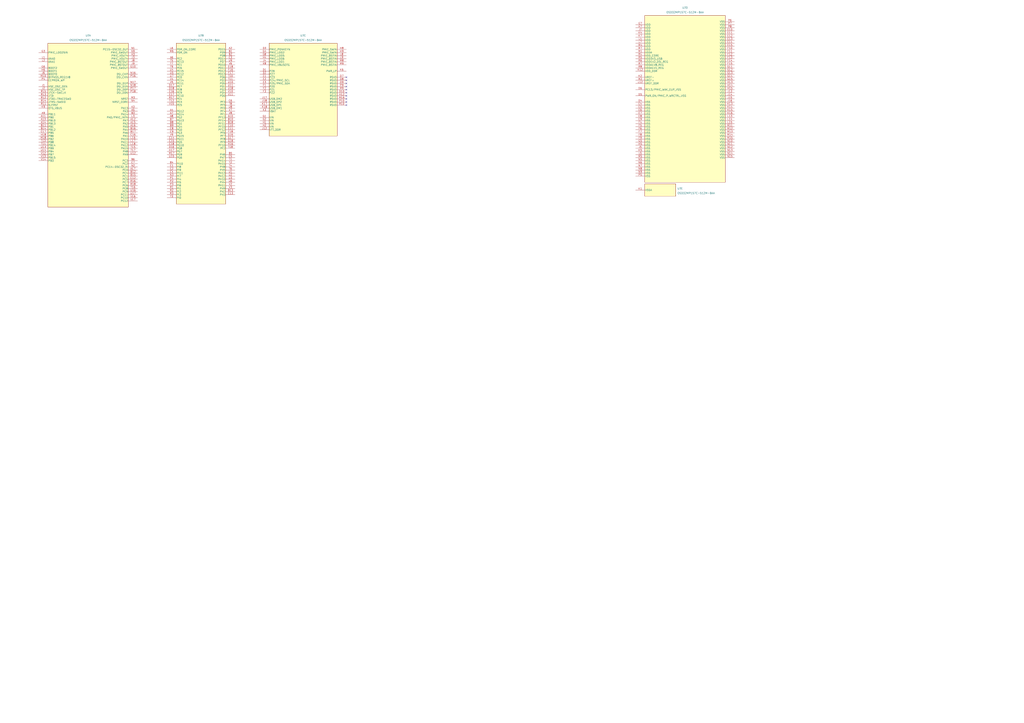
<source format=kicad_sch>
(kicad_sch (version 20211123) (generator eeschema)
  (paper "A1")
  (lib_symbols
    (symbol "OSD32MP157C-512M-BAA:OSD32MP157C-512M-BAA" (pin_names (offset 0.254))
      (property "Reference" "U?" (at 34.29 1.27 0))
      (property "Value" "OSD32MP157C-512M-BAA" (at 34.29 -2.54 0))
      (symbol "OSD32MP157C-512M-BAA_1_1"
        (pin bidirectional line (at 0 -53.34 0) (length 7.62) (name "PB0") (number "A11"))
        (pin bidirectional line (at 81.28 -55.88 180) (length 7.62) (name "PA7") (number "A12"))
        (pin bidirectional line (at 0 -55.88 0) (length 7.62) (name "PB10") (number "A13"))
        (pin bidirectional line (at 0 -58.42 0) (length 7.62) (name "PB13") (number "A14"))
        (pin bidirectional line (at 81.28 -58.42 180) (length 7.62) (name "PA2") (number "A15"))
        (pin bidirectional line (at 81.28 -60.96 180) (length 7.62) (name "PA5") (number "A16"))
        (pin bidirectional line (at 81.28 -96.52 180) (length 7.62) (name "PC0") (number "A17"))
        (pin bidirectional line (at 81.28 -45.72 180) (length 7.62) (name "PA13") (number "A3"))
        (pin bidirectional line (at 81.28 -48.26 180) (length 7.62) (name "PA3") (number "A5"))
        (pin bidirectional line (at 0 -50.8 0) (length 7.62) (name "PB11") (number "A9"))
        (pin bidirectional line (at 0 -60.96 0) (length 7.62) (name "PB1") (number "B11"))
        (pin bidirectional line (at 81.28 -99.06 180) (length 7.62) (name "PC4") (number "B12"))
        (pin bidirectional line (at 0 -63.5 0) (length 7.62) (name "PB12") (number "B14"))
        (pin bidirectional line (at 81.28 -101.6 180) (length 7.62) (name "PC1") (number "B15"))
        (pin bidirectional line (at 81.28 -63.5 180) (length 7.62) (name "PA4") (number "B16"))
        (pin bidirectional line (at 81.28 -66.04 180) (length 7.62) (name "PA6") (number "B17"))
        (pin bidirectional line (at 81.28 -50.8 180) (length 7.62) (name "PA14") (number "B3"))
        (pin bidirectional line (at 81.28 -88.9 180) (length 7.62) (name "PC3") (number "B6"))
        (pin bidirectional line (at 81.28 -104.14 180) (length 7.62) (name "PC5") (number "C12"))
        (pin bidirectional line (at 81.28 -68.58 180) (length 7.62) (name "PA1") (number "C16"))
        (pin bidirectional line (at 0 -66.04 0) (length 7.62) (name "PB5") (number "C17"))
        (pin bidirectional line (at 81.28 -91.44 180) (length 7.62) (name "PC2") (number "C7"))
        (pin output line (at 81.28 -12.7 180) (length 7.62) (name "PMIC_SWOUT") (number "G10"))
        (pin input line (at 0 0 0) (length 7.62) (name "PMIC_LDO25IN") (number "G3"))
        (pin bidirectional line (at 0 -12.7 0) (length 7.62) (name "BOOT2") (number "G6"))
        (pin output line (at 81.28 0 180) (length 7.62) (name "PMIC_SWOUT") (number "G9"))
        (pin bidirectional line (at 0 -68.58 0) (length 7.62) (name "PB6") (number "H18"))
        (pin output line (at 81.28 -2.54 180) (length 7.62) (name "PMIC_VOUT4") (number "H3"))
        (pin bidirectional line (at 0 -15.24 0) (length 7.62) (name "BOOT1") (number "H6"))
        (pin unspecified line (at 0 -27.94 0) (length 7.62) (name "HSE_OSC_OEN") (number "J1"))
        (pin unspecified line (at 0 -30.48 0) (length 7.62) (name "HSE_OSC_TP") (number "J2"))
        (pin output line (at 81.28 -5.08 180) (length 7.62) (name "PMIC_VOUT4") (number "J3"))
        (pin bidirectional line (at 0 -17.78 0) (length 7.62) (name "BOOT0") (number "J6"))
        (pin output line (at 81.28 -7.62 180) (length 7.62) (name "PMIC_BSTOUT") (number "J8"))
        (pin output line (at 81.28 -10.16 180) (length 7.62) (name "PMIC_BSTOUT") (number "J9"))
        (pin unspecified line (at 0 -45.72 0) (length 7.62) (name "OTG_VBUS") (number "K9"))
        (pin bidirectional line (at 0 -5.08 0) (length 7.62) (name "ANA0") (number "L1"))
        (pin bidirectional line (at 81.28 -71.12 180) (length 7.62) (name "PA10") (number "L16"))
        (pin bidirectional line (at 81.28 -73.66 180) (length 7.62) (name "PA11") (number "L17"))
        (pin bidirectional line (at 81.28 -76.2 180) (length 7.62) (name "PA12") (number "L18"))
        (pin bidirectional line (at 0 -7.62 0) (length 7.62) (name "ANA1") (number "L2"))
        (pin bidirectional line (at 81.28 -53.34 180) (length 7.62) (name "PA0/PMIC_INTN") (number "L3"))
        (pin unspecified line (at 0 -20.32 0) (length 7.62) (name "BYPASS_REG1V8") (number "M10"))
        (pin bidirectional line (at 0 -71.12 0) (length 7.62) (name "PB2") (number "M18"))
        (pin unspecified line (at 81.28 -38.1 180) (length 7.62) (name "NRST") (number "M3"))
        (pin output line (at 81.28 2.54 180) (length 7.62) (name "PC15-OSC32_OUT") (number "N1"))
        (pin unspecified line (at 81.28 -17.78 180) (length 7.62) (name "DSI_CKP") (number "N16"))
        (pin bidirectional line (at 81.28 -25.4 180) (length 7.62) (name "DSI_D1P") (number "N17"))
        (pin bidirectional line (at 81.28 -27.94 180) (length 7.62) (name "DSI_D1N") (number "N18"))
        (pin bidirectional line (at 81.28 -93.98 180) (length 7.62) (name "PC14-OSC32_IN") (number "N2"))
        (pin unspecified line (at 81.28 -40.64 180) (length 7.62) (name "NRST_CORE") (number "N4"))
        (pin unspecified line (at 81.28 -20.32 180) (length 7.62) (name "DSI_CKN") (number "P16"))
        (pin bidirectional line (at 81.28 -30.48 180) (length 7.62) (name "DSI_D0P") (number "P17"))
        (pin bidirectional line (at 81.28 -33.02 180) (length 7.62) (name "DSI_D0N") (number "P18"))
        (pin unspecified line (at 0 -22.86 0) (length 7.62) (name "EEPROM_WP") (number "P4"))
        (pin unspecified line (at 0 -43.18 0) (length 7.62) (name "NJTRST") (number "R11"))
        (pin unspecified line (at 0 -38.1 0) (length 7.62) (name "JTDO-TRACESWO") (number "R12"))
        (pin unspecified line (at 0 -35.56 0) (length 7.62) (name "JTDI") (number "R13"))
        (pin unspecified line (at 0 -40.64 0) (length 7.62) (name "JTMS-SWDIO") (number "R14"))
        (pin unspecified line (at 0 -33.02 0) (length 7.62) (name "JTCK-SWCLK") (number "R15"))
        (pin bidirectional line (at 81.28 -106.68 180) (length 7.62) (name "PC7") (number "R16"))
        (pin bidirectional line (at 81.28 -109.22 180) (length 7.62) (name "PC6") (number "R18"))
        (pin bidirectional line (at 0 -73.66 0) (length 7.62) (name "PB8") (number "T13"))
        (pin bidirectional line (at 0 -76.2 0) (length 7.62) (name "PB14") (number "T14"))
        (pin bidirectional line (at 81.28 -78.74 180) (length 7.62) (name "PA15") (number "T15"))
        (pin bidirectional line (at 81.28 -111.76 180) (length 7.62) (name "PC8") (number "T16"))
        (pin bidirectional line (at 81.28 -81.28 180) (length 7.62) (name "PA8") (number "T17"))
        (pin bidirectional line (at 81.28 -83.82 180) (length 7.62) (name "PA9") (number "U12"))
        (pin bidirectional line (at 0 -78.74 0) (length 7.62) (name "PB9") (number "U13"))
        (pin bidirectional line (at 0 -81.28 0) (length 7.62) (name "PB4") (number "U14"))
        (pin bidirectional line (at 81.28 -114.3 180) (length 7.62) (name "PC9") (number "U16"))
        (pin bidirectional line (at 81.28 -116.84 180) (length 7.62) (name "PC11") (number "U17"))
        (pin bidirectional line (at 0 -83.82 0) (length 7.62) (name "PB7") (number "V12"))
        (pin bidirectional line (at 0 -86.36 0) (length 7.62) (name "PB15") (number "V13"))
        (pin bidirectional line (at 0 -88.9 0) (length 7.62) (name "PB3") (number "V14"))
        (pin bidirectional line (at 81.28 -119.38 180) (length 7.62) (name "PC10") (number "V16"))
        (pin bidirectional line (at 81.28 -121.92 180) (length 7.62) (name "PC12") (number "V17"))
      )
      (symbol "OSD32MP157C-512M-BAA_2_1"
        (pin bidirectional line (at 55.88 -55.88 180) (length 7.62) (name "PF13") (number "A10"))
        (pin bidirectional line (at 55.88 0 180) (length 7.62) (name "PD15") (number "A2"))
        (pin bidirectional line (at 0 -50.8 0) (length 7.62) (name "PG12") (number "A4"))
        (pin bidirectional line (at 0 -7.62 0) (length 7.62) (name "PE2") (number "A6"))
        (pin bidirectional line (at 0 -53.34 0) (length 7.62) (name "PG14") (number "A7"))
        (pin bidirectional line (at 0 -55.88 0) (length 7.62) (name "PG2") (number "A8"))
        (pin bidirectional line (at 55.88 -2.54 180) (length 7.62) (name "PD9") (number "B1"))
        (pin bidirectional line (at 55.88 -58.42 180) (length 7.62) (name "PF14") (number "B10"))
        (pin bidirectional line (at 55.88 -116.84 180) (length 7.62) (name "PH2") (number "B13"))
        (pin bidirectional line (at 55.88 -60.96 180) (length 7.62) (name "PF11") (number "B18"))
        (pin bidirectional line (at 55.88 -5.08 180) (length 7.62) (name "PD8") (number "B2"))
        (pin bidirectional line (at 0 -93.98 0) (length 7.62) (name "PI10") (number "B4"))
        (pin bidirectional line (at 55.88 -86.36 180) (length 7.62) (name "PH6") (number "B5"))
        (pin bidirectional line (at 0 -58.42 0) (length 7.62) (name "PG13") (number "B7"))
        (pin bidirectional line (at 0 -60.96 0) (length 7.62) (name "PG1") (number "B8"))
        (pin bidirectional line (at 0 -63.5 0) (length 7.62) (name "PG4") (number "B9"))
        (pin bidirectional line (at 0 -96.52 0) (length 7.62) (name "PI8") (number "C1"))
        (pin bidirectional line (at 55.88 -63.5 180) (length 7.62) (name "PF15") (number "C10"))
        (pin bidirectional line (at 55.88 -66.04 180) (length 7.62) (name "PF12") (number "C11"))
        (pin bidirectional line (at 55.88 -119.38 180) (length 7.62) (name "PH3") (number "C13"))
        (pin bidirectional line (at 0 -73.66 0) (length 7.62) (name "PG11") (number "C14"))
        (pin bidirectional line (at 0 -76.2 0) (length 7.62) (name "PG5") (number "C15"))
        (pin bidirectional line (at 0 -78.74 0) (length 7.62) (name "PG10") (number "C18"))
        (pin bidirectional line (at 0 -99.06 0) (length 7.62) (name "PI9") (number "C2"))
        (pin bidirectional line (at 55.88 -7.62 180) (length 7.62) (name "PD14") (number "C3"))
        (pin bidirectional line (at 0 -101.6 0) (length 7.62) (name "PI11") (number "C4"))
        (pin bidirectional line (at 55.88 -88.9 180) (length 7.62) (name "PH7") (number "C5"))
        (pin bidirectional line (at 55.88 -43.18 180) (length 7.62) (name "PF3") (number "C6"))
        (pin bidirectional line (at 0 -66.04 0) (length 7.62) (name "PG0") (number "C8"))
        (pin bidirectional line (at 0 -68.58 0) (length 7.62) (name "PG3") (number "C9"))
        (pin bidirectional line (at 0 -81.28 0) (length 7.62) (name "PG8") (number "D16"))
        (pin bidirectional line (at 0 -30.48 0) (length 7.62) (name "PE7") (number "D17"))
        (pin bidirectional line (at 0 -33.02 0) (length 7.62) (name "PE8") (number "D18"))
        (pin bidirectional line (at 0 -35.56 0) (length 7.62) (name "PE9") (number "E16"))
        (pin bidirectional line (at 0 -38.1 0) (length 7.62) (name "PE10") (number "E17"))
        (pin bidirectional line (at 55.88 -15.24 180) (length 7.62) (name "PD11") (number "E18"))
        (pin bidirectional line (at 55.88 -17.78 180) (length 7.62) (name "PD12") (number "F16"))
        (pin bidirectional line (at 55.88 -20.32 180) (length 7.62) (name "PD13") (number "F17"))
        (pin bidirectional line (at 55.88 -68.58 180) (length 7.62) (name "PF6") (number "F18"))
        (pin bidirectional line (at 55.88 -71.12 180) (length 7.62) (name "PF7") (number "G16"))
        (pin bidirectional line (at 55.88 -73.66 180) (length 7.62) (name "PF8") (number "G17"))
        (pin bidirectional line (at 55.88 -76.2 180) (length 7.62) (name "PF9") (number "G18"))
        (pin bidirectional line (at 55.88 -78.74 180) (length 7.62) (name "PF10") (number "H16"))
        (pin bidirectional line (at 0 -83.82 0) (length 7.62) (name "PG7") (number "H17"))
        (pin unspecified line (at 0 0 0) (length 7.62) (name "PDR_ON_CORE") (number "L6"))
        (pin bidirectional line (at 0 -86.36 0) (length 7.62) (name "PG9") (number "M17"))
        (pin unspecified line (at 0 -2.54 0) (length 7.62) (name "PDR_ON") (number "M6"))
        (pin bidirectional line (at 0 -104.14 0) (length 7.62) (name "PI7") (number "N3"))
        (pin bidirectional line (at 0 -106.68 0) (length 7.62) (name "PI4") (number "P1"))
        (pin bidirectional line (at 0 -109.22 0) (length 7.62) (name "PI5") (number "P2"))
        (pin bidirectional line (at 0 -111.76 0) (length 7.62) (name "PI6") (number "P3"))
        (pin bidirectional line (at 0 -114.3 0) (length 7.62) (name "PI1") (number "R1"))
        (pin bidirectional line (at 0 -40.64 0) (length 7.62) (name "PE4") (number "R17"))
        (pin bidirectional line (at 0 -116.84 0) (length 7.62) (name "PI2") (number "R2"))
        (pin bidirectional line (at 0 -119.38 0) (length 7.62) (name "PI3") (number "R3"))
        (pin bidirectional line (at 55.88 -91.44 180) (length 7.62) (name "PH14") (number "T1"))
        (pin bidirectional line (at 55.88 -22.86 180) (length 7.62) (name "PD6") (number "T10"))
        (pin bidirectional line (at 55.88 -25.4 180) (length 7.62) (name "PD3") (number "T11"))
        (pin bidirectional line (at 0 -43.18 0) (length 7.62) (name "PE3") (number "T12"))
        (pin bidirectional line (at 55.88 -81.28 180) (length 7.62) (name "PF2") (number "T18"))
        (pin bidirectional line (at 55.88 -93.98 180) (length 7.62) (name "PH15") (number "T2"))
        (pin bidirectional line (at 0 -121.92 0) (length 7.62) (name "PI0") (number "T3"))
        (pin bidirectional line (at 55.88 -96.52 180) (length 7.62) (name "PH8") (number "T4"))
        (pin bidirectional line (at 0 -10.16 0) (length 7.62) (name "PE13") (number "T5"))
        (pin bidirectional line (at 55.88 -99.06 180) (length 7.62) (name "PH5") (number "T6"))
        (pin bidirectional line (at 0 -12.7 0) (length 7.62) (name "PE1") (number "T7"))
        (pin bidirectional line (at 55.88 -45.72 180) (length 7.62) (name "PF5") (number "T8"))
        (pin bidirectional line (at 0 -15.24 0) (length 7.62) (name "PE6") (number "T9"))
        (pin bidirectional line (at 55.88 -101.6 180) (length 7.62) (name "PH13") (number "U1"))
        (pin bidirectional line (at 55.88 -27.94 180) (length 7.62) (name "PD5") (number "U10"))
        (pin bidirectional line (at 55.88 -30.48 180) (length 7.62) (name "PD1") (number "U11"))
        (pin bidirectional line (at 0 -88.9 0) (length 7.62) (name "PG6") (number "U15"))
        (pin bidirectional line (at 55.88 -33.02 180) (length 7.62) (name "PD2") (number "U18"))
        (pin bidirectional line (at 55.88 -104.14 180) (length 7.62) (name "PH12") (number "U2"))
        (pin bidirectional line (at 55.88 -106.68 180) (length 7.62) (name "PH10") (number "U3"))
        (pin bidirectional line (at 0 -17.78 0) (length 7.62) (name "PE15") (number "U4"))
        (pin bidirectional line (at 0 -20.32 0) (length 7.62) (name "PE12") (number "U5"))
        (pin bidirectional line (at 55.88 -109.22 180) (length 7.62) (name "PH4") (number "U6"))
        (pin bidirectional line (at 0 -22.86 0) (length 7.62) (name "PE0") (number "U7"))
        (pin bidirectional line (at 55.88 -48.26 180) (length 7.62) (name "PF0") (number "U8"))
        (pin bidirectional line (at 55.88 -10.16 180) (length 7.62) (name "PD7") (number "U9"))
        (pin bidirectional line (at 55.88 -35.56 180) (length 7.62) (name "PD4") (number "V10"))
        (pin bidirectional line (at 55.88 -38.1 180) (length 7.62) (name "PD0") (number "V11"))
        (pin bidirectional line (at 0 -45.72 0) (length 7.62) (name "PE5") (number "V15"))
        (pin bidirectional line (at 55.88 -111.76 180) (length 7.62) (name "PH11") (number "V2"))
        (pin bidirectional line (at 55.88 -114.3 180) (length 7.62) (name "PH9") (number "V3"))
        (pin bidirectional line (at 0 -25.4 0) (length 7.62) (name "PE14") (number "V4"))
        (pin bidirectional line (at 0 -27.94 0) (length 7.62) (name "PE11") (number "V5"))
        (pin bidirectional line (at 55.88 -12.7 180) (length 7.62) (name "PD10") (number "V6"))
        (pin bidirectional line (at 55.88 -50.8 180) (length 7.62) (name "PF4") (number "V7"))
        (pin bidirectional line (at 55.88 -53.34 180) (length 7.62) (name "PF1") (number "V8"))
        (pin bidirectional line (at 0 -71.12 0) (length 7.62) (name "PG15") (number "V9"))
      )
      (symbol "OSD32MP157C-512M-BAA_3_1"
        (pin bidirectional line (at 0 -17.78 0) (length 7.62) (name "PZ6") (number "D1"))
        (pin unspecified line (at 71.12 -35.56 180) (length 7.62) (name "RSVD") (number "D10"))
        (pin bidirectional line (at 0 -20.32 0) (length 7.62) (name "PZ7") (number "D2"))
        (pin unspecified line (at 0 0 0) (length 7.62) (name "PMIC_PONKEYN") (number "D3"))
        (pin unspecified line (at 71.12 -22.86 180) (length 7.62) (name "RSVD") (number "D7"))
        (pin unspecified line (at 71.12 -25.4 180) (length 7.62) (name "RSVD") (number "D8"))
        (pin unspecified line (at 71.12 -27.94 180) (length 7.62) (name "RSVD") (number "D9"))
        (pin bidirectional line (at 0 -22.86 0) (length 7.62) (name "PZ3") (number "E1"))
        (pin bidirectional line (at 0 -25.4 0) (length 7.62) (name "PZ4/PMIC_SCL") (number "E2"))
        (pin bidirectional line (at 0 -27.94 0) (length 7.62) (name "PZ5/PMIC_SDA") (number "E3"))
        (pin bidirectional line (at 0 -30.48 0) (length 7.62) (name "PZ0") (number "F1"))
        (pin bidirectional line (at 0 -33.02 0) (length 7.62) (name "PZ1") (number "F2"))
        (pin bidirectional line (at 0 -35.56 0) (length 7.62) (name "PZ2") (number "F3"))
        (pin unspecified line (at 0 -55.88 0) (length 7.62) (name "VIN") (number "G1"))
        (pin unspecified line (at 0 -58.42 0) (length 7.62) (name "VIN") (number "G2"))
        (pin bidirectional line (at 0 -2.54 0) (length 7.62) (name "PMIC_LDO2") (number "G4"))
        (pin bidirectional line (at 0 -5.08 0) (length 7.62) (name "PMIC_LDO5") (number "G8"))
        (pin unspecified line (at 0 -60.96 0) (length 7.62) (name "VIN") (number "H1"))
        (pin unspecified line (at 71.12 -38.1 180) (length 7.62) (name "RSVD") (number "H12"))
        (pin unspecified line (at 0 -63.5 0) (length 7.62) (name "VIN") (number "H2"))
        (pin bidirectional line (at 0 -7.62 0) (length 7.62) (name "PMIC_LDO6") (number "H4"))
        (pin unspecified line (at 71.12 0 180) (length 7.62) (name "PMIC_SWIN") (number "H8"))
        (pin unspecified line (at 71.12 -2.54 180) (length 7.62) (name "PMIC_SWIN") (number "H9"))
        (pin unspecified line (at 0 -66.04 0) (length 7.62) (name "VTT_DDR") (number "J12"))
        (pin bidirectional line (at 0 -40.64 0) (length 7.62) (name "USB_DM2") (number "J17"))
        (pin bidirectional line (at 0 -43.18 0) (length 7.62) (name "USB_DP2") (number "J18"))
        (pin bidirectional line (at 0 -10.16 0) (length 7.62) (name "PMIC_LDO1") (number "J4"))
        (pin bidirectional line (at 0 -45.72 0) (length 7.62) (name "USB_DP1") (number "K17"))
        (pin bidirectional line (at 0 -48.26 0) (length 7.62) (name "USB_DM1") (number "K18"))
        (pin unspecified line (at 0 -50.8 0) (length 7.62) (name "VBAT") (number "K3"))
        (pin unspecified line (at 71.12 -17.78 180) (length 7.62) (name "PWR_LP") (number "K6"))
        (pin unspecified line (at 0 -12.7 0) (length 7.62) (name "PMIC_VBUSOTG") (number "K8"))
        (pin unspecified line (at 71.12 -5.08 180) (length 7.62) (name "PMIC_BSTIN") (number "L8"))
        (pin unspecified line (at 71.12 -7.62 180) (length 7.62) (name "PMIC_BSTIN") (number "L9"))
        (pin unspecified line (at 71.12 -40.64 180) (length 7.62) (name "RSVD") (number "M16"))
        (pin unspecified line (at 71.12 -10.16 180) (length 7.62) (name "PMIC_BSTIN") (number "M8"))
        (pin unspecified line (at 71.12 -12.7 180) (length 7.62) (name "PMIC_BSTIN") (number "M9"))
        (pin unspecified line (at 71.12 -43.18 180) (length 7.62) (name "RSVD") (number "P10"))
        (pin unspecified line (at 71.12 -30.48 180) (length 7.62) (name "RSVD") (number "P9"))
        (pin unspecified line (at 71.12 -45.72 180) (length 7.62) (name "RSVD") (number "R10"))
        (pin unspecified line (at 71.12 -33.02 180) (length 7.62) (name "RSVD") (number "R9"))
      )
      (symbol "OSD32MP157C-512M-BAA_4_1"
        (pin power_in line (at 0 -63.5 0) (length 7.62) (name "VSS") (number "D4"))
        (pin power_in line (at 0 -58.42 0) (length 7.62) (name "PWR_ON/PMIC_P_WRCTRL_VSS") (number "D5"))
        (pin power_in line (at 0 -53.34 0) (length 7.62) (name "PC13/PMIC_WAK_EUP_VSS") (number "D6"))
        (pin power_in line (at 81.28 -5.08 180) (length 7.62) (name "VSS") (number "E10"))
        (pin power_in line (at 81.28 -7.62 180) (length 7.62) (name "VSS") (number "E11"))
        (pin power_in line (at 81.28 -10.16 180) (length 7.62) (name "VSS") (number "E12"))
        (pin power_in line (at 81.28 -12.7 180) (length 7.62) (name "VSS") (number "E13"))
        (pin power_in line (at 81.28 -15.24 180) (length 7.62) (name "VSS") (number "E14"))
        (pin power_in line (at 81.28 -17.78 180) (length 7.62) (name "VSS") (number "E15"))
        (pin power_in line (at 0 -66.04 0) (length 7.62) (name "VSS") (number "E4"))
        (pin power_in line (at 0 -68.58 0) (length 7.62) (name "VSS") (number "E5"))
        (pin power_in line (at 0 -71.12 0) (length 7.62) (name "VSS") (number "E6"))
        (pin power_in line (at 0 -73.66 0) (length 7.62) (name "VSS") (number "E7"))
        (pin power_in line (at 0 -76.2 0) (length 7.62) (name "VSS") (number "E8"))
        (pin power_in line (at 0 -78.74 0) (length 7.62) (name "VSS") (number "E9"))
        (pin power_in line (at 81.28 -20.32 180) (length 7.62) (name "VSS") (number "F10"))
        (pin power_in line (at 81.28 -22.86 180) (length 7.62) (name "VSS") (number "F11"))
        (pin power_in line (at 81.28 -25.4 180) (length 7.62) (name "VSS") (number "F12"))
        (pin power_in line (at 81.28 -27.94 180) (length 7.62) (name "VSS") (number "F13"))
        (pin power_in line (at 81.28 -30.48 180) (length 7.62) (name "VSS") (number "F14"))
        (pin power_in line (at 81.28 -33.02 180) (length 7.62) (name "VSS") (number "F15"))
        (pin power_in line (at 0 -81.28 0) (length 7.62) (name "VSS") (number "F4"))
        (pin power_in line (at 0 -83.82 0) (length 7.62) (name "VSS") (number "F5"))
        (pin power_in line (at 0 -86.36 0) (length 7.62) (name "VSS") (number "F6"))
        (pin power_in line (at 0 -88.9 0) (length 7.62) (name "VSS") (number "F7"))
        (pin power_in line (at 0 -91.44 0) (length 7.62) (name "VSS") (number "F8"))
        (pin power_in line (at 0 -93.98 0) (length 7.62) (name "VSS") (number "F9"))
        (pin power_in line (at 81.28 -35.56 180) (length 7.62) (name "VSS") (number "G11"))
        (pin power_in line (at 81.28 -38.1 180) (length 7.62) (name "VSS") (number "G12"))
        (pin power_in line (at 81.28 -40.64 180) (length 7.62) (name "VSS") (number "G13"))
        (pin power_in line (at 81.28 -43.18 180) (length 7.62) (name "VSS") (number "G14"))
        (pin power_in line (at 81.28 -45.72 180) (length 7.62) (name "VSS") (number "G15"))
        (pin power_in line (at 0 -96.52 0) (length 7.62) (name "VSS") (number "G5"))
        (pin power_in line (at 0 0 0) (length 7.62) (name "VDD") (number "G7"))
        (pin power_in line (at 81.28 -48.26 180) (length 7.62) (name "VSS") (number "H13"))
        (pin power_in line (at 81.28 -50.8 180) (length 7.62) (name "VSS") (number "H14"))
        (pin power_in line (at 81.28 -53.34 180) (length 7.62) (name "VSS") (number "H15"))
        (pin power_in line (at 0 -99.06 0) (length 7.62) (name "VSS") (number "H5"))
        (pin power_in line (at 0 -2.54 0) (length 7.62) (name "VDD") (number "H7"))
        (pin power_in line (at 81.28 -55.88 180) (length 7.62) (name "VSS") (number "J13"))
        (pin power_in line (at 81.28 -58.42 180) (length 7.62) (name "VSS") (number "J14"))
        (pin power_in line (at 81.28 -60.96 180) (length 7.62) (name "VSS") (number "J15"))
        (pin power_in line (at 81.28 -63.5 180) (length 7.62) (name "VSS") (number "J16"))
        (pin power_in line (at 0 -101.6 0) (length 7.62) (name "VSS") (number "J5"))
        (pin power_in line (at 0 -5.08 0) (length 7.62) (name "VDD") (number "J7"))
        (pin power_in line (at 0 -38.1 0) (length 7.62) (name "VDD_DDR") (number "K12"))
        (pin power_in line (at 81.28 -66.04 180) (length 7.62) (name "VSS") (number "K13"))
        (pin power_in line (at 81.28 -68.58 180) (length 7.62) (name "VSS") (number "K14"))
        (pin power_in line (at 81.28 -71.12 180) (length 7.62) (name "VSS") (number "K15"))
        (pin power_in line (at 81.28 -73.66 180) (length 7.62) (name "VSS") (number "K16"))
        (pin power_in line (at 0 -43.18 0) (length 7.62) (name "VREF-") (number "K2"))
        (pin power_in line (at 0 -7.62 0) (length 7.62) (name "VDD") (number "K4"))
        (pin power_in line (at 0 -104.14 0) (length 7.62) (name "VSS") (number "K5"))
        (pin power_in line (at 0 -10.16 0) (length 7.62) (name "VDD") (number "K7"))
        (pin power_in line (at 0 -48.26 0) (length 7.62) (name "VREF_DDR") (number "L12"))
        (pin power_in line (at 81.28 -76.2 180) (length 7.62) (name "VSS") (number "L13"))
        (pin power_in line (at 81.28 -78.74 180) (length 7.62) (name "VSS") (number "L14"))
        (pin power_in line (at 81.28 -81.28 180) (length 7.62) (name "VSS") (number "L15"))
        (pin power_in line (at 0 -12.7 0) (length 7.62) (name "VDD") (number "L4"))
        (pin power_in line (at 0 -106.68 0) (length 7.62) (name "VSS") (number "L5"))
        (pin power_in line (at 0 -15.24 0) (length 7.62) (name "VDD") (number "L7"))
        (pin power_in line (at 0 -22.86 0) (length 7.62) (name "VDDA") (number "M1"))
        (pin power_in line (at 81.28 -83.82 180) (length 7.62) (name "VSS") (number "M11"))
        (pin power_in line (at 81.28 -86.36 180) (length 7.62) (name "VSS") (number "M12"))
        (pin power_in line (at 81.28 -88.9 180) (length 7.62) (name "VSS") (number "M13"))
        (pin power_in line (at 81.28 -91.44 180) (length 7.62) (name "VSS") (number "M14"))
        (pin power_in line (at 81.28 -93.98 180) (length 7.62) (name "VSS") (number "M15"))
        (pin power_in line (at 0 -45.72 0) (length 7.62) (name "VREF+") (number "M2"))
        (pin power_in line (at 0 -17.78 0) (length 7.62) (name "VDD") (number "M4"))
        (pin power_in line (at 0 -109.22 0) (length 7.62) (name "VSS") (number "M5"))
        (pin power_in line (at 0 -20.32 0) (length 7.62) (name "VDD") (number "M7"))
        (pin power_in line (at 81.28 -96.52 180) (length 7.62) (name "VSS") (number "N10"))
        (pin power_in line (at 81.28 -99.06 180) (length 7.62) (name "VSS") (number "N11"))
        (pin power_in line (at 81.28 -101.6 180) (length 7.62) (name "VSS") (number "N12"))
        (pin power_in line (at 81.28 -104.14 180) (length 7.62) (name "VSS") (number "N13"))
        (pin power_in line (at 81.28 -106.68 180) (length 7.62) (name "VSS") (number "N14"))
        (pin power_in line (at 81.28 -109.22 180) (length 7.62) (name "VSS") (number "N15"))
        (pin power_in line (at 0 -111.76 0) (length 7.62) (name "VSS") (number "N5"))
        (pin power_in line (at 0 -114.3 0) (length 7.62) (name "VSS") (number "N6"))
        (pin power_in line (at 0 -116.84 0) (length 7.62) (name "VSS") (number "N7"))
        (pin power_in line (at 0 -119.38 0) (length 7.62) (name "VSS") (number "N8"))
        (pin power_in line (at 0 -121.92 0) (length 7.62) (name "VSS") (number "N9"))
        (pin power_in line (at 0 -124.46 0) (length 7.62) (name "VSS") (number "P5"))
        (pin power_in line (at 81.28 2.54 180) (length 7.62) (name "VSS") (number "P6"))
        (pin power_in line (at 81.28 0 180) (length 7.62) (name "VSS") (number "P7"))
        (pin power_in line (at 81.28 -2.54 180) (length 7.62) (name "VSS") (number "P8"))
        (pin power_in line (at 0 -25.4 0) (length 7.62) (name "VDD_CORE") (number "R4"))
        (pin power_in line (at 0 -27.94 0) (length 7.62) (name "VDD3V3_USB") (number "R5"))
        (pin power_in line (at 0 -30.48 0) (length 7.62) (name "VDD1V2_DSI_REG") (number "R6"))
        (pin power_in line (at 0 -33.02 0) (length 7.62) (name "VDDA1V8_REG") (number "R7"))
        (pin power_in line (at 0 -35.56 0) (length 7.62) (name "VDDA1V1_REG") (number "R8"))
      )
      (symbol "OSD32MP157C-512M-BAA_5_1"
        (pin power_in line (at 0 0 0) (length 7.62) (name "VSSA") (number "K1"))
      )
    )
    (symbol "OSD32MP157C-512M-BAA_1" (pin_names (offset 0.254))
      (property "Reference" "U?" (at 40.64 13.97 0))
      (property "Value" "OSD32MP157C-512M-BAA_1" (at 40.64 10.16 0))
      (symbol "OSD32MP157C-512M-BAA_1_1_1"
        (pin bidirectional line (at 0 -53.34 0) (length 7.62) (name "PB0") (number "A11"))
        (pin bidirectional line (at 81.28 -55.88 180) (length 7.62) (name "PA7") (number "A12"))
        (pin bidirectional line (at 0 -55.88 0) (length 7.62) (name "PB10") (number "A13"))
        (pin bidirectional line (at 0 -58.42 0) (length 7.62) (name "PB13") (number "A14"))
        (pin bidirectional line (at 81.28 -58.42 180) (length 7.62) (name "PA2") (number "A15"))
        (pin bidirectional line (at 81.28 -60.96 180) (length 7.62) (name "PA5") (number "A16"))
        (pin bidirectional line (at 81.28 -96.52 180) (length 7.62) (name "PC0") (number "A17"))
        (pin bidirectional line (at 81.28 -45.72 180) (length 7.62) (name "PA13") (number "A3"))
        (pin bidirectional line (at 81.28 -48.26 180) (length 7.62) (name "PA3") (number "A5"))
        (pin bidirectional line (at 0 -50.8 0) (length 7.62) (name "PB11") (number "A9"))
        (pin bidirectional line (at 0 -60.96 0) (length 7.62) (name "PB1") (number "B11"))
        (pin bidirectional line (at 81.28 -99.06 180) (length 7.62) (name "PC4") (number "B12"))
        (pin bidirectional line (at 0 -63.5 0) (length 7.62) (name "PB12") (number "B14"))
        (pin bidirectional line (at 81.28 -101.6 180) (length 7.62) (name "PC1") (number "B15"))
        (pin bidirectional line (at 81.28 -63.5 180) (length 7.62) (name "PA4") (number "B16"))
        (pin bidirectional line (at 81.28 -66.04 180) (length 7.62) (name "PA6") (number "B17"))
        (pin bidirectional line (at 81.28 -50.8 180) (length 7.62) (name "PA14") (number "B3"))
        (pin bidirectional line (at 81.28 -88.9 180) (length 7.62) (name "PC3") (number "B6"))
        (pin bidirectional line (at 81.28 -104.14 180) (length 7.62) (name "PC5") (number "C12"))
        (pin bidirectional line (at 81.28 -68.58 180) (length 7.62) (name "PA1") (number "C16"))
        (pin bidirectional line (at 0 -66.04 0) (length 7.62) (name "PB5") (number "C17"))
        (pin bidirectional line (at 81.28 -91.44 180) (length 7.62) (name "PC2") (number "C7"))
        (pin output line (at 81.28 -12.7 180) (length 7.62) (name "PMIC_SWOUT") (number "G10"))
        (pin input line (at 0 0 0) (length 7.62) (name "PMIC_LDO25IN") (number "G3"))
        (pin bidirectional line (at 0 -12.7 0) (length 7.62) (name "BOOT2") (number "G6"))
        (pin output line (at 81.28 0 180) (length 7.62) (name "PMIC_SWOUT") (number "G9"))
        (pin bidirectional line (at 0 -68.58 0) (length 7.62) (name "PB6") (number "H18"))
        (pin output line (at 81.28 -2.54 180) (length 7.62) (name "PMIC_VOUT4") (number "H3"))
        (pin bidirectional line (at 0 -15.24 0) (length 7.62) (name "BOOT1") (number "H6"))
        (pin unspecified line (at 0 -27.94 0) (length 7.62) (name "HSE_OSC_OEN") (number "J1"))
        (pin unspecified line (at 0 -30.48 0) (length 7.62) (name "HSE_OSC_TP") (number "J2"))
        (pin output line (at 81.28 -5.08 180) (length 7.62) (name "PMIC_VOUT4") (number "J3"))
        (pin bidirectional line (at 0 -17.78 0) (length 7.62) (name "BOOT0") (number "J6"))
        (pin output line (at 81.28 -7.62 180) (length 7.62) (name "PMIC_BSTOUT") (number "J8"))
        (pin output line (at 81.28 -10.16 180) (length 7.62) (name "PMIC_BSTOUT") (number "J9"))
        (pin unspecified line (at 0 -45.72 0) (length 7.62) (name "OTG_VBUS") (number "K9"))
        (pin bidirectional line (at 0 -5.08 0) (length 7.62) (name "ANA0") (number "L1"))
        (pin bidirectional line (at 81.28 -71.12 180) (length 7.62) (name "PA10") (number "L16"))
        (pin bidirectional line (at 81.28 -73.66 180) (length 7.62) (name "PA11") (number "L17"))
        (pin bidirectional line (at 81.28 -76.2 180) (length 7.62) (name "PA12") (number "L18"))
        (pin bidirectional line (at 0 -7.62 0) (length 7.62) (name "ANA1") (number "L2"))
        (pin bidirectional line (at 81.28 -53.34 180) (length 7.62) (name "PA0/PMIC_INTN") (number "L3"))
        (pin unspecified line (at 0 -20.32 0) (length 7.62) (name "BYPASS_REG1V8") (number "M10"))
        (pin bidirectional line (at 0 -71.12 0) (length 7.62) (name "PB2") (number "M18"))
        (pin unspecified line (at 81.28 -38.1 180) (length 7.62) (name "NRST") (number "M3"))
        (pin output line (at 81.28 2.54 180) (length 7.62) (name "PC15-OSC32_OUT") (number "N1"))
        (pin unspecified line (at 81.28 -17.78 180) (length 7.62) (name "DSI_CKP") (number "N16"))
        (pin bidirectional line (at 81.28 -25.4 180) (length 7.62) (name "DSI_D1P") (number "N17"))
        (pin bidirectional line (at 81.28 -27.94 180) (length 7.62) (name "DSI_D1N") (number "N18"))
        (pin bidirectional line (at 81.28 -93.98 180) (length 7.62) (name "PC14-OSC32_IN") (number "N2"))
        (pin unspecified line (at 81.28 -40.64 180) (length 7.62) (name "NRST_CORE") (number "N4"))
        (pin unspecified line (at 81.28 -20.32 180) (length 7.62) (name "DSI_CKN") (number "P16"))
        (pin bidirectional line (at 81.28 -30.48 180) (length 7.62) (name "DSI_D0P") (number "P17"))
        (pin bidirectional line (at 81.28 -33.02 180) (length 7.62) (name "DSI_D0N") (number "P18"))
        (pin unspecified line (at 0 -22.86 0) (length 7.62) (name "EEPROM_WP") (number "P4"))
        (pin unspecified line (at 0 -43.18 0) (length 7.62) (name "NJTRST") (number "R11"))
        (pin unspecified line (at 0 -38.1 0) (length 7.62) (name "JTDO-TRACESWO") (number "R12"))
        (pin unspecified line (at 0 -35.56 0) (length 7.62) (name "JTDI") (number "R13"))
        (pin unspecified line (at 0 -40.64 0) (length 7.62) (name "JTMS-SWDIO") (number "R14"))
        (pin unspecified line (at 0 -33.02 0) (length 7.62) (name "JTCK-SWCLK") (number "R15"))
        (pin bidirectional line (at 81.28 -106.68 180) (length 7.62) (name "PC7") (number "R16"))
        (pin bidirectional line (at 81.28 -109.22 180) (length 7.62) (name "PC6") (number "R18"))
        (pin bidirectional line (at 0 -73.66 0) (length 7.62) (name "PB8") (number "T13"))
        (pin bidirectional line (at 0 -76.2 0) (length 7.62) (name "PB14") (number "T14"))
        (pin bidirectional line (at 81.28 -78.74 180) (length 7.62) (name "PA15") (number "T15"))
        (pin bidirectional line (at 81.28 -111.76 180) (length 7.62) (name "PC8") (number "T16"))
        (pin bidirectional line (at 81.28 -81.28 180) (length 7.62) (name "PA8") (number "T17"))
        (pin bidirectional line (at 81.28 -83.82 180) (length 7.62) (name "PA9") (number "U12"))
        (pin bidirectional line (at 0 -78.74 0) (length 7.62) (name "PB9") (number "U13"))
        (pin bidirectional line (at 0 -81.28 0) (length 7.62) (name "PB4") (number "U14"))
        (pin bidirectional line (at 81.28 -114.3 180) (length 7.62) (name "PC9") (number "U16"))
        (pin bidirectional line (at 81.28 -116.84 180) (length 7.62) (name "PC11") (number "U17"))
        (pin bidirectional line (at 0 -83.82 0) (length 7.62) (name "PB7") (number "V12"))
        (pin bidirectional line (at 0 -86.36 0) (length 7.62) (name "PB15") (number "V13"))
        (pin bidirectional line (at 0 -88.9 0) (length 7.62) (name "PB3") (number "V14"))
        (pin bidirectional line (at 81.28 -119.38 180) (length 7.62) (name "PC10") (number "V16"))
        (pin bidirectional line (at 81.28 -121.92 180) (length 7.62) (name "PC12") (number "V17"))
      )
      (symbol "OSD32MP157C-512M-BAA_1_2_1"
        (pin bidirectional line (at 55.88 -55.88 180) (length 7.62) (name "PF13") (number "A10"))
        (pin bidirectional line (at 55.88 0 180) (length 7.62) (name "PD15") (number "A2"))
        (pin bidirectional line (at 0 -50.8 0) (length 7.62) (name "PG12") (number "A4"))
        (pin bidirectional line (at 0 -7.62 0) (length 7.62) (name "PE2") (number "A6"))
        (pin bidirectional line (at 0 -53.34 0) (length 7.62) (name "PG14") (number "A7"))
        (pin bidirectional line (at 0 -55.88 0) (length 7.62) (name "PG2") (number "A8"))
        (pin bidirectional line (at 55.88 -2.54 180) (length 7.62) (name "PD9") (number "B1"))
        (pin bidirectional line (at 55.88 -58.42 180) (length 7.62) (name "PF14") (number "B10"))
        (pin bidirectional line (at 55.88 -116.84 180) (length 7.62) (name "PH2") (number "B13"))
        (pin bidirectional line (at 55.88 -60.96 180) (length 7.62) (name "PF11") (number "B18"))
        (pin bidirectional line (at 55.88 -5.08 180) (length 7.62) (name "PD8") (number "B2"))
        (pin bidirectional line (at 0 -93.98 0) (length 7.62) (name "PI10") (number "B4"))
        (pin bidirectional line (at 55.88 -86.36 180) (length 7.62) (name "PH6") (number "B5"))
        (pin bidirectional line (at 0 -58.42 0) (length 7.62) (name "PG13") (number "B7"))
        (pin bidirectional line (at 0 -60.96 0) (length 7.62) (name "PG1") (number "B8"))
        (pin bidirectional line (at 0 -63.5 0) (length 7.62) (name "PG4") (number "B9"))
        (pin bidirectional line (at 0 -96.52 0) (length 7.62) (name "PI8") (number "C1"))
        (pin bidirectional line (at 55.88 -63.5 180) (length 7.62) (name "PF15") (number "C10"))
        (pin bidirectional line (at 55.88 -66.04 180) (length 7.62) (name "PF12") (number "C11"))
        (pin bidirectional line (at 55.88 -119.38 180) (length 7.62) (name "PH3") (number "C13"))
        (pin bidirectional line (at 0 -73.66 0) (length 7.62) (name "PG11") (number "C14"))
        (pin bidirectional line (at 0 -76.2 0) (length 7.62) (name "PG5") (number "C15"))
        (pin bidirectional line (at 0 -78.74 0) (length 7.62) (name "PG10") (number "C18"))
        (pin bidirectional line (at 0 -99.06 0) (length 7.62) (name "PI9") (number "C2"))
        (pin bidirectional line (at 55.88 -7.62 180) (length 7.62) (name "PD14") (number "C3"))
        (pin bidirectional line (at 0 -101.6 0) (length 7.62) (name "PI11") (number "C4"))
        (pin bidirectional line (at 55.88 -88.9 180) (length 7.62) (name "PH7") (number "C5"))
        (pin bidirectional line (at 55.88 -43.18 180) (length 7.62) (name "PF3") (number "C6"))
        (pin bidirectional line (at 0 -66.04 0) (length 7.62) (name "PG0") (number "C8"))
        (pin bidirectional line (at 0 -68.58 0) (length 7.62) (name "PG3") (number "C9"))
        (pin bidirectional line (at 0 -81.28 0) (length 7.62) (name "PG8") (number "D16"))
        (pin bidirectional line (at 0 -30.48 0) (length 7.62) (name "PE7") (number "D17"))
        (pin bidirectional line (at 0 -33.02 0) (length 7.62) (name "PE8") (number "D18"))
        (pin bidirectional line (at 0 -35.56 0) (length 7.62) (name "PE9") (number "E16"))
        (pin bidirectional line (at 0 -38.1 0) (length 7.62) (name "PE10") (number "E17"))
        (pin bidirectional line (at 55.88 -15.24 180) (length 7.62) (name "PD11") (number "E18"))
        (pin bidirectional line (at 55.88 -17.78 180) (length 7.62) (name "PD12") (number "F16"))
        (pin bidirectional line (at 55.88 -20.32 180) (length 7.62) (name "PD13") (number "F17"))
        (pin bidirectional line (at 55.88 -68.58 180) (length 7.62) (name "PF6") (number "F18"))
        (pin bidirectional line (at 55.88 -71.12 180) (length 7.62) (name "PF7") (number "G16"))
        (pin bidirectional line (at 55.88 -73.66 180) (length 7.62) (name "PF8") (number "G17"))
        (pin bidirectional line (at 55.88 -76.2 180) (length 7.62) (name "PF9") (number "G18"))
        (pin bidirectional line (at 55.88 -78.74 180) (length 7.62) (name "PF10") (number "H16"))
        (pin bidirectional line (at 0 -83.82 0) (length 7.62) (name "PG7") (number "H17"))
        (pin unspecified line (at 0 0 0) (length 7.62) (name "PDR_ON_CORE") (number "L6"))
        (pin bidirectional line (at 0 -86.36 0) (length 7.62) (name "PG9") (number "M17"))
        (pin unspecified line (at 0 -2.54 0) (length 7.62) (name "PDR_ON") (number "M6"))
        (pin bidirectional line (at 0 -104.14 0) (length 7.62) (name "PI7") (number "N3"))
        (pin bidirectional line (at 0 -106.68 0) (length 7.62) (name "PI4") (number "P1"))
        (pin bidirectional line (at 0 -109.22 0) (length 7.62) (name "PI5") (number "P2"))
        (pin bidirectional line (at 0 -111.76 0) (length 7.62) (name "PI6") (number "P3"))
        (pin bidirectional line (at 0 -114.3 0) (length 7.62) (name "PI1") (number "R1"))
        (pin bidirectional line (at 0 -40.64 0) (length 7.62) (name "PE4") (number "R17"))
        (pin bidirectional line (at 0 -116.84 0) (length 7.62) (name "PI2") (number "R2"))
        (pin bidirectional line (at 0 -119.38 0) (length 7.62) (name "PI3") (number "R3"))
        (pin bidirectional line (at 55.88 -91.44 180) (length 7.62) (name "PH14") (number "T1"))
        (pin bidirectional line (at 55.88 -22.86 180) (length 7.62) (name "PD6") (number "T10"))
        (pin bidirectional line (at 55.88 -25.4 180) (length 7.62) (name "PD3") (number "T11"))
        (pin bidirectional line (at 0 -43.18 0) (length 7.62) (name "PE3") (number "T12"))
        (pin bidirectional line (at 55.88 -81.28 180) (length 7.62) (name "PF2") (number "T18"))
        (pin bidirectional line (at 55.88 -93.98 180) (length 7.62) (name "PH15") (number "T2"))
        (pin bidirectional line (at 0 -121.92 0) (length 7.62) (name "PI0") (number "T3"))
        (pin bidirectional line (at 55.88 -96.52 180) (length 7.62) (name "PH8") (number "T4"))
        (pin bidirectional line (at 0 -10.16 0) (length 7.62) (name "PE13") (number "T5"))
        (pin bidirectional line (at 55.88 -99.06 180) (length 7.62) (name "PH5") (number "T6"))
        (pin bidirectional line (at 0 -12.7 0) (length 7.62) (name "PE1") (number "T7"))
        (pin bidirectional line (at 55.88 -45.72 180) (length 7.62) (name "PF5") (number "T8"))
        (pin bidirectional line (at 0 -15.24 0) (length 7.62) (name "PE6") (number "T9"))
        (pin bidirectional line (at 55.88 -101.6 180) (length 7.62) (name "PH13") (number "U1"))
        (pin bidirectional line (at 55.88 -27.94 180) (length 7.62) (name "PD5") (number "U10"))
        (pin bidirectional line (at 55.88 -30.48 180) (length 7.62) (name "PD1") (number "U11"))
        (pin bidirectional line (at 0 -88.9 0) (length 7.62) (name "PG6") (number "U15"))
        (pin bidirectional line (at 55.88 -33.02 180) (length 7.62) (name "PD2") (number "U18"))
        (pin bidirectional line (at 55.88 -104.14 180) (length 7.62) (name "PH12") (number "U2"))
        (pin bidirectional line (at 55.88 -106.68 180) (length 7.62) (name "PH10") (number "U3"))
        (pin bidirectional line (at 0 -17.78 0) (length 7.62) (name "PE15") (number "U4"))
        (pin bidirectional line (at 0 -20.32 0) (length 7.62) (name "PE12") (number "U5"))
        (pin bidirectional line (at 55.88 -109.22 180) (length 7.62) (name "PH4") (number "U6"))
        (pin bidirectional line (at 0 -22.86 0) (length 7.62) (name "PE0") (number "U7"))
        (pin bidirectional line (at 55.88 -48.26 180) (length 7.62) (name "PF0") (number "U8"))
        (pin bidirectional line (at 55.88 -10.16 180) (length 7.62) (name "PD7") (number "U9"))
        (pin bidirectional line (at 55.88 -35.56 180) (length 7.62) (name "PD4") (number "V10"))
        (pin bidirectional line (at 55.88 -38.1 180) (length 7.62) (name "PD0") (number "V11"))
        (pin bidirectional line (at 0 -45.72 0) (length 7.62) (name "PE5") (number "V15"))
        (pin bidirectional line (at 55.88 -111.76 180) (length 7.62) (name "PH11") (number "V2"))
        (pin bidirectional line (at 55.88 -114.3 180) (length 7.62) (name "PH9") (number "V3"))
        (pin bidirectional line (at 0 -25.4 0) (length 7.62) (name "PE14") (number "V4"))
        (pin bidirectional line (at 0 -27.94 0) (length 7.62) (name "PE11") (number "V5"))
        (pin bidirectional line (at 55.88 -12.7 180) (length 7.62) (name "PD10") (number "V6"))
        (pin bidirectional line (at 55.88 -50.8 180) (length 7.62) (name "PF4") (number "V7"))
        (pin bidirectional line (at 55.88 -53.34 180) (length 7.62) (name "PF1") (number "V8"))
        (pin bidirectional line (at 0 -71.12 0) (length 7.62) (name "PG15") (number "V9"))
      )
      (symbol "OSD32MP157C-512M-BAA_1_3_1"
        (pin bidirectional line (at 0 -17.78 0) (length 7.62) (name "PZ6") (number "D1"))
        (pin unspecified line (at 71.12 -35.56 180) (length 7.62) (name "RSVD") (number "D10"))
        (pin bidirectional line (at 0 -20.32 0) (length 7.62) (name "PZ7") (number "D2"))
        (pin unspecified line (at 0 0 0) (length 7.62) (name "PMIC_PONKEYN") (number "D3"))
        (pin unspecified line (at 71.12 -22.86 180) (length 7.62) (name "RSVD") (number "D7"))
        (pin unspecified line (at 71.12 -25.4 180) (length 7.62) (name "RSVD") (number "D8"))
        (pin unspecified line (at 71.12 -27.94 180) (length 7.62) (name "RSVD") (number "D9"))
        (pin bidirectional line (at 0 -22.86 0) (length 7.62) (name "PZ3") (number "E1"))
        (pin bidirectional line (at 0 -25.4 0) (length 7.62) (name "PZ4/PMIC_SCL") (number "E2"))
        (pin bidirectional line (at 0 -27.94 0) (length 7.62) (name "PZ5/PMIC_SDA") (number "E3"))
        (pin bidirectional line (at 0 -30.48 0) (length 7.62) (name "PZ0") (number "F1"))
        (pin bidirectional line (at 0 -33.02 0) (length 7.62) (name "PZ1") (number "F2"))
        (pin bidirectional line (at 0 -35.56 0) (length 7.62) (name "PZ2") (number "F3"))
        (pin unspecified line (at 0 -55.88 0) (length 7.62) (name "VIN") (number "G1"))
        (pin unspecified line (at 0 -58.42 0) (length 7.62) (name "VIN") (number "G2"))
        (pin bidirectional line (at 0 -2.54 0) (length 7.62) (name "PMIC_LDO2") (number "G4"))
        (pin bidirectional line (at 0 -5.08 0) (length 7.62) (name "PMIC_LDO5") (number "G8"))
        (pin unspecified line (at 0 -60.96 0) (length 7.62) (name "VIN") (number "H1"))
        (pin unspecified line (at 71.12 -38.1 180) (length 7.62) (name "RSVD") (number "H12"))
        (pin unspecified line (at 0 -63.5 0) (length 7.62) (name "VIN") (number "H2"))
        (pin bidirectional line (at 0 -7.62 0) (length 7.62) (name "PMIC_LDO6") (number "H4"))
        (pin unspecified line (at 71.12 0 180) (length 7.62) (name "PMIC_SWIN") (number "H8"))
        (pin unspecified line (at 71.12 -2.54 180) (length 7.62) (name "PMIC_SWIN") (number "H9"))
        (pin unspecified line (at 0 -66.04 0) (length 7.62) (name "VTT_DDR") (number "J12"))
        (pin bidirectional line (at 0 -40.64 0) (length 7.62) (name "USB_DM2") (number "J17"))
        (pin bidirectional line (at 0 -43.18 0) (length 7.62) (name "USB_DP2") (number "J18"))
        (pin bidirectional line (at 0 -10.16 0) (length 7.62) (name "PMIC_LDO1") (number "J4"))
        (pin bidirectional line (at 0 -45.72 0) (length 7.62) (name "USB_DP1") (number "K17"))
        (pin bidirectional line (at 0 -48.26 0) (length 7.62) (name "USB_DM1") (number "K18"))
        (pin unspecified line (at 0 -50.8 0) (length 7.62) (name "VBAT") (number "K3"))
        (pin unspecified line (at 71.12 -17.78 180) (length 7.62) (name "PWR_LP") (number "K6"))
        (pin unspecified line (at 0 -12.7 0) (length 7.62) (name "PMIC_VBUSOTG") (number "K8"))
        (pin unspecified line (at 71.12 -5.08 180) (length 7.62) (name "PMIC_BSTIN") (number "L8"))
        (pin unspecified line (at 71.12 -7.62 180) (length 7.62) (name "PMIC_BSTIN") (number "L9"))
        (pin unspecified line (at 71.12 -40.64 180) (length 7.62) (name "RSVD") (number "M16"))
        (pin unspecified line (at 71.12 -10.16 180) (length 7.62) (name "PMIC_BSTIN") (number "M8"))
        (pin unspecified line (at 71.12 -12.7 180) (length 7.62) (name "PMIC_BSTIN") (number "M9"))
        (pin unspecified line (at 71.12 -43.18 180) (length 7.62) (name "RSVD") (number "P10"))
        (pin unspecified line (at 71.12 -30.48 180) (length 7.62) (name "RSVD") (number "P9"))
        (pin unspecified line (at 71.12 -45.72 180) (length 7.62) (name "RSVD") (number "R10"))
        (pin unspecified line (at 71.12 -33.02 180) (length 7.62) (name "RSVD") (number "R9"))
      )
      (symbol "OSD32MP157C-512M-BAA_1_4_1"
        (pin power_in line (at 0 -63.5 0) (length 7.62) (name "VSS") (number "D4"))
        (pin power_in line (at 0 -58.42 0) (length 7.62) (name "PWR_ON/PMIC_P_WRCTRL_VSS") (number "D5"))
        (pin power_in line (at 0 -53.34 0) (length 7.62) (name "PC13/PMIC_WAK_EUP_VSS") (number "D6"))
        (pin power_in line (at 81.28 -5.08 180) (length 7.62) (name "VSS") (number "E10"))
        (pin power_in line (at 81.28 -7.62 180) (length 7.62) (name "VSS") (number "E11"))
        (pin power_in line (at 81.28 -10.16 180) (length 7.62) (name "VSS") (number "E12"))
        (pin power_in line (at 81.28 -12.7 180) (length 7.62) (name "VSS") (number "E13"))
        (pin power_in line (at 81.28 -15.24 180) (length 7.62) (name "VSS") (number "E14"))
        (pin power_in line (at 81.28 -17.78 180) (length 7.62) (name "VSS") (number "E15"))
        (pin power_in line (at 0 -66.04 0) (length 7.62) (name "VSS") (number "E4"))
        (pin power_in line (at 0 -68.58 0) (length 7.62) (name "VSS") (number "E5"))
        (pin power_in line (at 0 -71.12 0) (length 7.62) (name "VSS") (number "E6"))
        (pin power_in line (at 0 -73.66 0) (length 7.62) (name "VSS") (number "E7"))
        (pin power_in line (at 0 -76.2 0) (length 7.62) (name "VSS") (number "E8"))
        (pin power_in line (at 0 -78.74 0) (length 7.62) (name "VSS") (number "E9"))
        (pin power_in line (at 81.28 -20.32 180) (length 7.62) (name "VSS") (number "F10"))
        (pin power_in line (at 81.28 -22.86 180) (length 7.62) (name "VSS") (number "F11"))
        (pin power_in line (at 81.28 -25.4 180) (length 7.62) (name "VSS") (number "F12"))
        (pin power_in line (at 81.28 -27.94 180) (length 7.62) (name "VSS") (number "F13"))
        (pin power_in line (at 81.28 -30.48 180) (length 7.62) (name "VSS") (number "F14"))
        (pin power_in line (at 81.28 -33.02 180) (length 7.62) (name "VSS") (number "F15"))
        (pin power_in line (at 0 -81.28 0) (length 7.62) (name "VSS") (number "F4"))
        (pin power_in line (at 0 -83.82 0) (length 7.62) (name "VSS") (number "F5"))
        (pin power_in line (at 0 -86.36 0) (length 7.62) (name "VSS") (number "F6"))
        (pin power_in line (at 0 -88.9 0) (length 7.62) (name "VSS") (number "F7"))
        (pin power_in line (at 0 -91.44 0) (length 7.62) (name "VSS") (number "F8"))
        (pin power_in line (at 0 -93.98 0) (length 7.62) (name "VSS") (number "F9"))
        (pin power_in line (at 81.28 -35.56 180) (length 7.62) (name "VSS") (number "G11"))
        (pin power_in line (at 81.28 -38.1 180) (length 7.62) (name "VSS") (number "G12"))
        (pin power_in line (at 81.28 -40.64 180) (length 7.62) (name "VSS") (number "G13"))
        (pin power_in line (at 81.28 -43.18 180) (length 7.62) (name "VSS") (number "G14"))
        (pin power_in line (at 81.28 -45.72 180) (length 7.62) (name "VSS") (number "G15"))
        (pin power_in line (at 0 -96.52 0) (length 7.62) (name "VSS") (number "G5"))
        (pin power_in line (at 0 0 0) (length 7.62) (name "VDD") (number "G7"))
        (pin power_in line (at 81.28 -48.26 180) (length 7.62) (name "VSS") (number "H13"))
        (pin power_in line (at 81.28 -50.8 180) (length 7.62) (name "VSS") (number "H14"))
        (pin power_in line (at 81.28 -53.34 180) (length 7.62) (name "VSS") (number "H15"))
        (pin power_in line (at 0 -99.06 0) (length 7.62) (name "VSS") (number "H5"))
        (pin power_in line (at 0 -2.54 0) (length 7.62) (name "VDD") (number "H7"))
        (pin power_in line (at 81.28 -55.88 180) (length 7.62) (name "VSS") (number "J13"))
        (pin power_in line (at 81.28 -58.42 180) (length 7.62) (name "VSS") (number "J14"))
        (pin power_in line (at 81.28 -60.96 180) (length 7.62) (name "VSS") (number "J15"))
        (pin power_in line (at 81.28 -63.5 180) (length 7.62) (name "VSS") (number "J16"))
        (pin power_in line (at 0 -101.6 0) (length 7.62) (name "VSS") (number "J5"))
        (pin power_in line (at 0 -5.08 0) (length 7.62) (name "VDD") (number "J7"))
        (pin power_in line (at 0 -38.1 0) (length 7.62) (name "VDD_DDR") (number "K12"))
        (pin power_in line (at 81.28 -66.04 180) (length 7.62) (name "VSS") (number "K13"))
        (pin power_in line (at 81.28 -68.58 180) (length 7.62) (name "VSS") (number "K14"))
        (pin power_in line (at 81.28 -71.12 180) (length 7.62) (name "VSS") (number "K15"))
        (pin power_in line (at 81.28 -73.66 180) (length 7.62) (name "VSS") (number "K16"))
        (pin power_in line (at 0 -43.18 0) (length 7.62) (name "VREF-") (number "K2"))
        (pin power_in line (at 0 -7.62 0) (length 7.62) (name "VDD") (number "K4"))
        (pin power_in line (at 0 -104.14 0) (length 7.62) (name "VSS") (number "K5"))
        (pin power_in line (at 0 -10.16 0) (length 7.62) (name "VDD") (number "K7"))
        (pin power_in line (at 0 -48.26 0) (length 7.62) (name "VREF_DDR") (number "L12"))
        (pin power_in line (at 81.28 -76.2 180) (length 7.62) (name "VSS") (number "L13"))
        (pin power_in line (at 81.28 -78.74 180) (length 7.62) (name "VSS") (number "L14"))
        (pin power_in line (at 81.28 -81.28 180) (length 7.62) (name "VSS") (number "L15"))
        (pin power_in line (at 0 -12.7 0) (length 7.62) (name "VDD") (number "L4"))
        (pin power_in line (at 0 -106.68 0) (length 7.62) (name "VSS") (number "L5"))
        (pin power_in line (at 0 -15.24 0) (length 7.62) (name "VDD") (number "L7"))
        (pin power_in line (at 0 -22.86 0) (length 7.62) (name "VDDA") (number "M1"))
        (pin power_in line (at 81.28 -83.82 180) (length 7.62) (name "VSS") (number "M11"))
        (pin power_in line (at 81.28 -86.36 180) (length 7.62) (name "VSS") (number "M12"))
        (pin power_in line (at 81.28 -88.9 180) (length 7.62) (name "VSS") (number "M13"))
        (pin power_in line (at 81.28 -91.44 180) (length 7.62) (name "VSS") (number "M14"))
        (pin power_in line (at 81.28 -93.98 180) (length 7.62) (name "VSS") (number "M15"))
        (pin power_in line (at 0 -45.72 0) (length 7.62) (name "VREF+") (number "M2"))
        (pin power_in line (at 0 -17.78 0) (length 7.62) (name "VDD") (number "M4"))
        (pin power_in line (at 0 -109.22 0) (length 7.62) (name "VSS") (number "M5"))
        (pin power_in line (at 0 -20.32 0) (length 7.62) (name "VDD") (number "M7"))
        (pin power_in line (at 81.28 -96.52 180) (length 7.62) (name "VSS") (number "N10"))
        (pin power_in line (at 81.28 -99.06 180) (length 7.62) (name "VSS") (number "N11"))
        (pin power_in line (at 81.28 -101.6 180) (length 7.62) (name "VSS") (number "N12"))
        (pin power_in line (at 81.28 -104.14 180) (length 7.62) (name "VSS") (number "N13"))
        (pin power_in line (at 81.28 -106.68 180) (length 7.62) (name "VSS") (number "N14"))
        (pin power_in line (at 81.28 -109.22 180) (length 7.62) (name "VSS") (number "N15"))
        (pin power_in line (at 0 -111.76 0) (length 7.62) (name "VSS") (number "N5"))
        (pin power_in line (at 0 -114.3 0) (length 7.62) (name "VSS") (number "N6"))
        (pin power_in line (at 0 -116.84 0) (length 7.62) (name "VSS") (number "N7"))
        (pin power_in line (at 0 -119.38 0) (length 7.62) (name "VSS") (number "N8"))
        (pin power_in line (at 0 -121.92 0) (length 7.62) (name "VSS") (number "N9"))
        (pin power_in line (at 0 -124.46 0) (length 7.62) (name "VSS") (number "P5"))
        (pin power_in line (at 81.28 2.54 180) (length 7.62) (name "VSS") (number "P6"))
        (pin power_in line (at 81.28 0 180) (length 7.62) (name "VSS") (number "P7"))
        (pin power_in line (at 81.28 -2.54 180) (length 7.62) (name "VSS") (number "P8"))
        (pin power_in line (at 0 -25.4 0) (length 7.62) (name "VDD_CORE") (number "R4"))
        (pin power_in line (at 0 -27.94 0) (length 7.62) (name "VDD3V3_USB") (number "R5"))
        (pin power_in line (at 0 -30.48 0) (length 7.62) (name "VDD1V2_DSI_REG") (number "R6"))
        (pin power_in line (at 0 -33.02 0) (length 7.62) (name "VDDA1V8_REG") (number "R7"))
        (pin power_in line (at 0 -35.56 0) (length 7.62) (name "VDDA1V1_REG") (number "R8"))
      )
      (symbol "OSD32MP157C-512M-BAA_1_5_1"
        (pin power_in line (at 0 0 0) (length 7.62) (name "VSSA") (number "K1"))
      )
    )
    (symbol "OSD32MP157C-512M-BAA_2" (pin_names (offset 0.254))
      (property "Reference" "U?" (at 27.94 11.43 0))
      (property "Value" "OSD32MP157C-512M-BAA_2" (at 27.94 7.62 0))
      (symbol "OSD32MP157C-512M-BAA_2_1_1"
        (pin bidirectional line (at 0 -53.34 0) (length 7.62) (name "PB0") (number "A11"))
        (pin bidirectional line (at 81.28 -55.88 180) (length 7.62) (name "PA7") (number "A12"))
        (pin bidirectional line (at 0 -55.88 0) (length 7.62) (name "PB10") (number "A13"))
        (pin bidirectional line (at 0 -58.42 0) (length 7.62) (name "PB13") (number "A14"))
        (pin bidirectional line (at 81.28 -58.42 180) (length 7.62) (name "PA2") (number "A15"))
        (pin bidirectional line (at 81.28 -60.96 180) (length 7.62) (name "PA5") (number "A16"))
        (pin bidirectional line (at 81.28 -96.52 180) (length 7.62) (name "PC0") (number "A17"))
        (pin bidirectional line (at 81.28 -45.72 180) (length 7.62) (name "PA13") (number "A3"))
        (pin bidirectional line (at 81.28 -48.26 180) (length 7.62) (name "PA3") (number "A5"))
        (pin bidirectional line (at 0 -50.8 0) (length 7.62) (name "PB11") (number "A9"))
        (pin bidirectional line (at 0 -60.96 0) (length 7.62) (name "PB1") (number "B11"))
        (pin bidirectional line (at 81.28 -99.06 180) (length 7.62) (name "PC4") (number "B12"))
        (pin bidirectional line (at 0 -63.5 0) (length 7.62) (name "PB12") (number "B14"))
        (pin bidirectional line (at 81.28 -101.6 180) (length 7.62) (name "PC1") (number "B15"))
        (pin bidirectional line (at 81.28 -63.5 180) (length 7.62) (name "PA4") (number "B16"))
        (pin bidirectional line (at 81.28 -66.04 180) (length 7.62) (name "PA6") (number "B17"))
        (pin bidirectional line (at 81.28 -50.8 180) (length 7.62) (name "PA14") (number "B3"))
        (pin bidirectional line (at 81.28 -88.9 180) (length 7.62) (name "PC3") (number "B6"))
        (pin bidirectional line (at 81.28 -104.14 180) (length 7.62) (name "PC5") (number "C12"))
        (pin bidirectional line (at 81.28 -68.58 180) (length 7.62) (name "PA1") (number "C16"))
        (pin bidirectional line (at 0 -66.04 0) (length 7.62) (name "PB5") (number "C17"))
        (pin bidirectional line (at 81.28 -91.44 180) (length 7.62) (name "PC2") (number "C7"))
        (pin output line (at 81.28 -12.7 180) (length 7.62) (name "PMIC_SWOUT") (number "G10"))
        (pin input line (at 0 0 0) (length 7.62) (name "PMIC_LDO25IN") (number "G3"))
        (pin bidirectional line (at 0 -12.7 0) (length 7.62) (name "BOOT2") (number "G6"))
        (pin output line (at 81.28 0 180) (length 7.62) (name "PMIC_SWOUT") (number "G9"))
        (pin bidirectional line (at 0 -68.58 0) (length 7.62) (name "PB6") (number "H18"))
        (pin output line (at 81.28 -2.54 180) (length 7.62) (name "PMIC_VOUT4") (number "H3"))
        (pin bidirectional line (at 0 -15.24 0) (length 7.62) (name "BOOT1") (number "H6"))
        (pin unspecified line (at 0 -27.94 0) (length 7.62) (name "HSE_OSC_OEN") (number "J1"))
        (pin unspecified line (at 0 -30.48 0) (length 7.62) (name "HSE_OSC_TP") (number "J2"))
        (pin output line (at 81.28 -5.08 180) (length 7.62) (name "PMIC_VOUT4") (number "J3"))
        (pin bidirectional line (at 0 -17.78 0) (length 7.62) (name "BOOT0") (number "J6"))
        (pin output line (at 81.28 -7.62 180) (length 7.62) (name "PMIC_BSTOUT") (number "J8"))
        (pin output line (at 81.28 -10.16 180) (length 7.62) (name "PMIC_BSTOUT") (number "J9"))
        (pin unspecified line (at 0 -45.72 0) (length 7.62) (name "OTG_VBUS") (number "K9"))
        (pin bidirectional line (at 0 -5.08 0) (length 7.62) (name "ANA0") (number "L1"))
        (pin bidirectional line (at 81.28 -71.12 180) (length 7.62) (name "PA10") (number "L16"))
        (pin bidirectional line (at 81.28 -73.66 180) (length 7.62) (name "PA11") (number "L17"))
        (pin bidirectional line (at 81.28 -76.2 180) (length 7.62) (name "PA12") (number "L18"))
        (pin bidirectional line (at 0 -7.62 0) (length 7.62) (name "ANA1") (number "L2"))
        (pin bidirectional line (at 81.28 -53.34 180) (length 7.62) (name "PA0/PMIC_INTN") (number "L3"))
        (pin unspecified line (at 0 -20.32 0) (length 7.62) (name "BYPASS_REG1V8") (number "M10"))
        (pin bidirectional line (at 0 -71.12 0) (length 7.62) (name "PB2") (number "M18"))
        (pin unspecified line (at 81.28 -38.1 180) (length 7.62) (name "NRST") (number "M3"))
        (pin output line (at 81.28 2.54 180) (length 7.62) (name "PC15-OSC32_OUT") (number "N1"))
        (pin unspecified line (at 81.28 -17.78 180) (length 7.62) (name "DSI_CKP") (number "N16"))
        (pin bidirectional line (at 81.28 -25.4 180) (length 7.62) (name "DSI_D1P") (number "N17"))
        (pin bidirectional line (at 81.28 -27.94 180) (length 7.62) (name "DSI_D1N") (number "N18"))
        (pin bidirectional line (at 81.28 -93.98 180) (length 7.62) (name "PC14-OSC32_IN") (number "N2"))
        (pin unspecified line (at 81.28 -40.64 180) (length 7.62) (name "NRST_CORE") (number "N4"))
        (pin unspecified line (at 81.28 -20.32 180) (length 7.62) (name "DSI_CKN") (number "P16"))
        (pin bidirectional line (at 81.28 -30.48 180) (length 7.62) (name "DSI_D0P") (number "P17"))
        (pin bidirectional line (at 81.28 -33.02 180) (length 7.62) (name "DSI_D0N") (number "P18"))
        (pin unspecified line (at 0 -22.86 0) (length 7.62) (name "EEPROM_WP") (number "P4"))
        (pin unspecified line (at 0 -43.18 0) (length 7.62) (name "NJTRST") (number "R11"))
        (pin unspecified line (at 0 -38.1 0) (length 7.62) (name "JTDO-TRACESWO") (number "R12"))
        (pin unspecified line (at 0 -35.56 0) (length 7.62) (name "JTDI") (number "R13"))
        (pin unspecified line (at 0 -40.64 0) (length 7.62) (name "JTMS-SWDIO") (number "R14"))
        (pin unspecified line (at 0 -33.02 0) (length 7.62) (name "JTCK-SWCLK") (number "R15"))
        (pin bidirectional line (at 81.28 -106.68 180) (length 7.62) (name "PC7") (number "R16"))
        (pin bidirectional line (at 81.28 -109.22 180) (length 7.62) (name "PC6") (number "R18"))
        (pin bidirectional line (at 0 -73.66 0) (length 7.62) (name "PB8") (number "T13"))
        (pin bidirectional line (at 0 -76.2 0) (length 7.62) (name "PB14") (number "T14"))
        (pin bidirectional line (at 81.28 -78.74 180) (length 7.62) (name "PA15") (number "T15"))
        (pin bidirectional line (at 81.28 -111.76 180) (length 7.62) (name "PC8") (number "T16"))
        (pin bidirectional line (at 81.28 -81.28 180) (length 7.62) (name "PA8") (number "T17"))
        (pin bidirectional line (at 81.28 -83.82 180) (length 7.62) (name "PA9") (number "U12"))
        (pin bidirectional line (at 0 -78.74 0) (length 7.62) (name "PB9") (number "U13"))
        (pin bidirectional line (at 0 -81.28 0) (length 7.62) (name "PB4") (number "U14"))
        (pin bidirectional line (at 81.28 -114.3 180) (length 7.62) (name "PC9") (number "U16"))
        (pin bidirectional line (at 81.28 -116.84 180) (length 7.62) (name "PC11") (number "U17"))
        (pin bidirectional line (at 0 -83.82 0) (length 7.62) (name "PB7") (number "V12"))
        (pin bidirectional line (at 0 -86.36 0) (length 7.62) (name "PB15") (number "V13"))
        (pin bidirectional line (at 0 -88.9 0) (length 7.62) (name "PB3") (number "V14"))
        (pin bidirectional line (at 81.28 -119.38 180) (length 7.62) (name "PC10") (number "V16"))
        (pin bidirectional line (at 81.28 -121.92 180) (length 7.62) (name "PC12") (number "V17"))
      )
      (symbol "OSD32MP157C-512M-BAA_2_2_1"
        (pin bidirectional line (at 55.88 -55.88 180) (length 7.62) (name "PF13") (number "A10"))
        (pin bidirectional line (at 55.88 0 180) (length 7.62) (name "PD15") (number "A2"))
        (pin bidirectional line (at 0 -50.8 0) (length 7.62) (name "PG12") (number "A4"))
        (pin bidirectional line (at 0 -7.62 0) (length 7.62) (name "PE2") (number "A6"))
        (pin bidirectional line (at 0 -53.34 0) (length 7.62) (name "PG14") (number "A7"))
        (pin bidirectional line (at 0 -55.88 0) (length 7.62) (name "PG2") (number "A8"))
        (pin bidirectional line (at 55.88 -2.54 180) (length 7.62) (name "PD9") (number "B1"))
        (pin bidirectional line (at 55.88 -58.42 180) (length 7.62) (name "PF14") (number "B10"))
        (pin bidirectional line (at 55.88 -116.84 180) (length 7.62) (name "PH2") (number "B13"))
        (pin bidirectional line (at 55.88 -60.96 180) (length 7.62) (name "PF11") (number "B18"))
        (pin bidirectional line (at 55.88 -5.08 180) (length 7.62) (name "PD8") (number "B2"))
        (pin bidirectional line (at 0 -93.98 0) (length 7.62) (name "PI10") (number "B4"))
        (pin bidirectional line (at 55.88 -86.36 180) (length 7.62) (name "PH6") (number "B5"))
        (pin bidirectional line (at 0 -58.42 0) (length 7.62) (name "PG13") (number "B7"))
        (pin bidirectional line (at 0 -60.96 0) (length 7.62) (name "PG1") (number "B8"))
        (pin bidirectional line (at 0 -63.5 0) (length 7.62) (name "PG4") (number "B9"))
        (pin bidirectional line (at 0 -96.52 0) (length 7.62) (name "PI8") (number "C1"))
        (pin bidirectional line (at 55.88 -63.5 180) (length 7.62) (name "PF15") (number "C10"))
        (pin bidirectional line (at 55.88 -66.04 180) (length 7.62) (name "PF12") (number "C11"))
        (pin bidirectional line (at 55.88 -119.38 180) (length 7.62) (name "PH3") (number "C13"))
        (pin bidirectional line (at 0 -73.66 0) (length 7.62) (name "PG11") (number "C14"))
        (pin bidirectional line (at 0 -76.2 0) (length 7.62) (name "PG5") (number "C15"))
        (pin bidirectional line (at 0 -78.74 0) (length 7.62) (name "PG10") (number "C18"))
        (pin bidirectional line (at 0 -99.06 0) (length 7.62) (name "PI9") (number "C2"))
        (pin bidirectional line (at 55.88 -7.62 180) (length 7.62) (name "PD14") (number "C3"))
        (pin bidirectional line (at 0 -101.6 0) (length 7.62) (name "PI11") (number "C4"))
        (pin bidirectional line (at 55.88 -88.9 180) (length 7.62) (name "PH7") (number "C5"))
        (pin bidirectional line (at 55.88 -43.18 180) (length 7.62) (name "PF3") (number "C6"))
        (pin bidirectional line (at 0 -66.04 0) (length 7.62) (name "PG0") (number "C8"))
        (pin bidirectional line (at 0 -68.58 0) (length 7.62) (name "PG3") (number "C9"))
        (pin bidirectional line (at 0 -81.28 0) (length 7.62) (name "PG8") (number "D16"))
        (pin bidirectional line (at 0 -30.48 0) (length 7.62) (name "PE7") (number "D17"))
        (pin bidirectional line (at 0 -33.02 0) (length 7.62) (name "PE8") (number "D18"))
        (pin bidirectional line (at 0 -35.56 0) (length 7.62) (name "PE9") (number "E16"))
        (pin bidirectional line (at 0 -38.1 0) (length 7.62) (name "PE10") (number "E17"))
        (pin bidirectional line (at 55.88 -15.24 180) (length 7.62) (name "PD11") (number "E18"))
        (pin bidirectional line (at 55.88 -17.78 180) (length 7.62) (name "PD12") (number "F16"))
        (pin bidirectional line (at 55.88 -20.32 180) (length 7.62) (name "PD13") (number "F17"))
        (pin bidirectional line (at 55.88 -68.58 180) (length 7.62) (name "PF6") (number "F18"))
        (pin bidirectional line (at 55.88 -71.12 180) (length 7.62) (name "PF7") (number "G16"))
        (pin bidirectional line (at 55.88 -73.66 180) (length 7.62) (name "PF8") (number "G17"))
        (pin bidirectional line (at 55.88 -76.2 180) (length 7.62) (name "PF9") (number "G18"))
        (pin bidirectional line (at 55.88 -78.74 180) (length 7.62) (name "PF10") (number "H16"))
        (pin bidirectional line (at 0 -83.82 0) (length 7.62) (name "PG7") (number "H17"))
        (pin unspecified line (at 0 0 0) (length 7.62) (name "PDR_ON_CORE") (number "L6"))
        (pin bidirectional line (at 0 -86.36 0) (length 7.62) (name "PG9") (number "M17"))
        (pin unspecified line (at 0 -2.54 0) (length 7.62) (name "PDR_ON") (number "M6"))
        (pin bidirectional line (at 0 -104.14 0) (length 7.62) (name "PI7") (number "N3"))
        (pin bidirectional line (at 0 -106.68 0) (length 7.62) (name "PI4") (number "P1"))
        (pin bidirectional line (at 0 -109.22 0) (length 7.62) (name "PI5") (number "P2"))
        (pin bidirectional line (at 0 -111.76 0) (length 7.62) (name "PI6") (number "P3"))
        (pin bidirectional line (at 0 -114.3 0) (length 7.62) (name "PI1") (number "R1"))
        (pin bidirectional line (at 0 -40.64 0) (length 7.62) (name "PE4") (number "R17"))
        (pin bidirectional line (at 0 -116.84 0) (length 7.62) (name "PI2") (number "R2"))
        (pin bidirectional line (at 0 -119.38 0) (length 7.62) (name "PI3") (number "R3"))
        (pin bidirectional line (at 55.88 -91.44 180) (length 7.62) (name "PH14") (number "T1"))
        (pin bidirectional line (at 55.88 -22.86 180) (length 7.62) (name "PD6") (number "T10"))
        (pin bidirectional line (at 55.88 -25.4 180) (length 7.62) (name "PD3") (number "T11"))
        (pin bidirectional line (at 0 -43.18 0) (length 7.62) (name "PE3") (number "T12"))
        (pin bidirectional line (at 55.88 -81.28 180) (length 7.62) (name "PF2") (number "T18"))
        (pin bidirectional line (at 55.88 -93.98 180) (length 7.62) (name "PH15") (number "T2"))
        (pin bidirectional line (at 0 -121.92 0) (length 7.62) (name "PI0") (number "T3"))
        (pin bidirectional line (at 55.88 -96.52 180) (length 7.62) (name "PH8") (number "T4"))
        (pin bidirectional line (at 0 -10.16 0) (length 7.62) (name "PE13") (number "T5"))
        (pin bidirectional line (at 55.88 -99.06 180) (length 7.62) (name "PH5") (number "T6"))
        (pin bidirectional line (at 0 -12.7 0) (length 7.62) (name "PE1") (number "T7"))
        (pin bidirectional line (at 55.88 -45.72 180) (length 7.62) (name "PF5") (number "T8"))
        (pin bidirectional line (at 0 -15.24 0) (length 7.62) (name "PE6") (number "T9"))
        (pin bidirectional line (at 55.88 -101.6 180) (length 7.62) (name "PH13") (number "U1"))
        (pin bidirectional line (at 55.88 -27.94 180) (length 7.62) (name "PD5") (number "U10"))
        (pin bidirectional line (at 55.88 -30.48 180) (length 7.62) (name "PD1") (number "U11"))
        (pin bidirectional line (at 0 -88.9 0) (length 7.62) (name "PG6") (number "U15"))
        (pin bidirectional line (at 55.88 -33.02 180) (length 7.62) (name "PD2") (number "U18"))
        (pin bidirectional line (at 55.88 -104.14 180) (length 7.62) (name "PH12") (number "U2"))
        (pin bidirectional line (at 55.88 -106.68 180) (length 7.62) (name "PH10") (number "U3"))
        (pin bidirectional line (at 0 -17.78 0) (length 7.62) (name "PE15") (number "U4"))
        (pin bidirectional line (at 0 -20.32 0) (length 7.62) (name "PE12") (number "U5"))
        (pin bidirectional line (at 55.88 -109.22 180) (length 7.62) (name "PH4") (number "U6"))
        (pin bidirectional line (at 0 -22.86 0) (length 7.62) (name "PE0") (number "U7"))
        (pin bidirectional line (at 55.88 -48.26 180) (length 7.62) (name "PF0") (number "U8"))
        (pin bidirectional line (at 55.88 -10.16 180) (length 7.62) (name "PD7") (number "U9"))
        (pin bidirectional line (at 55.88 -35.56 180) (length 7.62) (name "PD4") (number "V10"))
        (pin bidirectional line (at 55.88 -38.1 180) (length 7.62) (name "PD0") (number "V11"))
        (pin bidirectional line (at 0 -45.72 0) (length 7.62) (name "PE5") (number "V15"))
        (pin bidirectional line (at 55.88 -111.76 180) (length 7.62) (name "PH11") (number "V2"))
        (pin bidirectional line (at 55.88 -114.3 180) (length 7.62) (name "PH9") (number "V3"))
        (pin bidirectional line (at 0 -25.4 0) (length 7.62) (name "PE14") (number "V4"))
        (pin bidirectional line (at 0 -27.94 0) (length 7.62) (name "PE11") (number "V5"))
        (pin bidirectional line (at 55.88 -12.7 180) (length 7.62) (name "PD10") (number "V6"))
        (pin bidirectional line (at 55.88 -50.8 180) (length 7.62) (name "PF4") (number "V7"))
        (pin bidirectional line (at 55.88 -53.34 180) (length 7.62) (name "PF1") (number "V8"))
        (pin bidirectional line (at 0 -71.12 0) (length 7.62) (name "PG15") (number "V9"))
      )
      (symbol "OSD32MP157C-512M-BAA_2_3_1"
        (pin bidirectional line (at 0 -17.78 0) (length 7.62) (name "PZ6") (number "D1"))
        (pin unspecified line (at 71.12 -35.56 180) (length 7.62) (name "RSVD") (number "D10"))
        (pin bidirectional line (at 0 -20.32 0) (length 7.62) (name "PZ7") (number "D2"))
        (pin unspecified line (at 0 0 0) (length 7.62) (name "PMIC_PONKEYN") (number "D3"))
        (pin unspecified line (at 71.12 -22.86 180) (length 7.62) (name "RSVD") (number "D7"))
        (pin unspecified line (at 71.12 -25.4 180) (length 7.62) (name "RSVD") (number "D8"))
        (pin unspecified line (at 71.12 -27.94 180) (length 7.62) (name "RSVD") (number "D9"))
        (pin bidirectional line (at 0 -22.86 0) (length 7.62) (name "PZ3") (number "E1"))
        (pin bidirectional line (at 0 -25.4 0) (length 7.62) (name "PZ4/PMIC_SCL") (number "E2"))
        (pin bidirectional line (at 0 -27.94 0) (length 7.62) (name "PZ5/PMIC_SDA") (number "E3"))
        (pin bidirectional line (at 0 -30.48 0) (length 7.62) (name "PZ0") (number "F1"))
        (pin bidirectional line (at 0 -33.02 0) (length 7.62) (name "PZ1") (number "F2"))
        (pin bidirectional line (at 0 -35.56 0) (length 7.62) (name "PZ2") (number "F3"))
        (pin unspecified line (at 0 -55.88 0) (length 7.62) (name "VIN") (number "G1"))
        (pin unspecified line (at 0 -58.42 0) (length 7.62) (name "VIN") (number "G2"))
        (pin bidirectional line (at 0 -2.54 0) (length 7.62) (name "PMIC_LDO2") (number "G4"))
        (pin bidirectional line (at 0 -5.08 0) (length 7.62) (name "PMIC_LDO5") (number "G8"))
        (pin unspecified line (at 0 -60.96 0) (length 7.62) (name "VIN") (number "H1"))
        (pin unspecified line (at 71.12 -38.1 180) (length 7.62) (name "RSVD") (number "H12"))
        (pin unspecified line (at 0 -63.5 0) (length 7.62) (name "VIN") (number "H2"))
        (pin bidirectional line (at 0 -7.62 0) (length 7.62) (name "PMIC_LDO6") (number "H4"))
        (pin unspecified line (at 71.12 0 180) (length 7.62) (name "PMIC_SWIN") (number "H8"))
        (pin unspecified line (at 71.12 -2.54 180) (length 7.62) (name "PMIC_SWIN") (number "H9"))
        (pin unspecified line (at 0 -66.04 0) (length 7.62) (name "VTT_DDR") (number "J12"))
        (pin bidirectional line (at 0 -40.64 0) (length 7.62) (name "USB_DM2") (number "J17"))
        (pin bidirectional line (at 0 -43.18 0) (length 7.62) (name "USB_DP2") (number "J18"))
        (pin bidirectional line (at 0 -10.16 0) (length 7.62) (name "PMIC_LDO1") (number "J4"))
        (pin bidirectional line (at 0 -45.72 0) (length 7.62) (name "USB_DP1") (number "K17"))
        (pin bidirectional line (at 0 -48.26 0) (length 7.62) (name "USB_DM1") (number "K18"))
        (pin unspecified line (at 0 -50.8 0) (length 7.62) (name "VBAT") (number "K3"))
        (pin unspecified line (at 71.12 -17.78 180) (length 7.62) (name "PWR_LP") (number "K6"))
        (pin unspecified line (at 0 -12.7 0) (length 7.62) (name "PMIC_VBUSOTG") (number "K8"))
        (pin unspecified line (at 71.12 -5.08 180) (length 7.62) (name "PMIC_BSTIN") (number "L8"))
        (pin unspecified line (at 71.12 -7.62 180) (length 7.62) (name "PMIC_BSTIN") (number "L9"))
        (pin unspecified line (at 71.12 -40.64 180) (length 7.62) (name "RSVD") (number "M16"))
        (pin unspecified line (at 71.12 -10.16 180) (length 7.62) (name "PMIC_BSTIN") (number "M8"))
        (pin unspecified line (at 71.12 -12.7 180) (length 7.62) (name "PMIC_BSTIN") (number "M9"))
        (pin unspecified line (at 71.12 -43.18 180) (length 7.62) (name "RSVD") (number "P10"))
        (pin unspecified line (at 71.12 -30.48 180) (length 7.62) (name "RSVD") (number "P9"))
        (pin unspecified line (at 71.12 -45.72 180) (length 7.62) (name "RSVD") (number "R10"))
        (pin unspecified line (at 71.12 -33.02 180) (length 7.62) (name "RSVD") (number "R9"))
      )
      (symbol "OSD32MP157C-512M-BAA_2_4_1"
        (pin power_in line (at 0 -63.5 0) (length 7.62) (name "VSS") (number "D4"))
        (pin power_in line (at 0 -58.42 0) (length 7.62) (name "PWR_ON/PMIC_P_WRCTRL_VSS") (number "D5"))
        (pin power_in line (at 0 -53.34 0) (length 7.62) (name "PC13/PMIC_WAK_EUP_VSS") (number "D6"))
        (pin power_in line (at 81.28 -5.08 180) (length 7.62) (name "VSS") (number "E10"))
        (pin power_in line (at 81.28 -7.62 180) (length 7.62) (name "VSS") (number "E11"))
        (pin power_in line (at 81.28 -10.16 180) (length 7.62) (name "VSS") (number "E12"))
        (pin power_in line (at 81.28 -12.7 180) (length 7.62) (name "VSS") (number "E13"))
        (pin power_in line (at 81.28 -15.24 180) (length 7.62) (name "VSS") (number "E14"))
        (pin power_in line (at 81.28 -17.78 180) (length 7.62) (name "VSS") (number "E15"))
        (pin power_in line (at 0 -66.04 0) (length 7.62) (name "VSS") (number "E4"))
        (pin power_in line (at 0 -68.58 0) (length 7.62) (name "VSS") (number "E5"))
        (pin power_in line (at 0 -71.12 0) (length 7.62) (name "VSS") (number "E6"))
        (pin power_in line (at 0 -73.66 0) (length 7.62) (name "VSS") (number "E7"))
        (pin power_in line (at 0 -76.2 0) (length 7.62) (name "VSS") (number "E8"))
        (pin power_in line (at 0 -78.74 0) (length 7.62) (name "VSS") (number "E9"))
        (pin power_in line (at 81.28 -20.32 180) (length 7.62) (name "VSS") (number "F10"))
        (pin power_in line (at 81.28 -22.86 180) (length 7.62) (name "VSS") (number "F11"))
        (pin power_in line (at 81.28 -25.4 180) (length 7.62) (name "VSS") (number "F12"))
        (pin power_in line (at 81.28 -27.94 180) (length 7.62) (name "VSS") (number "F13"))
        (pin power_in line (at 81.28 -30.48 180) (length 7.62) (name "VSS") (number "F14"))
        (pin power_in line (at 81.28 -33.02 180) (length 7.62) (name "VSS") (number "F15"))
        (pin power_in line (at 0 -81.28 0) (length 7.62) (name "VSS") (number "F4"))
        (pin power_in line (at 0 -83.82 0) (length 7.62) (name "VSS") (number "F5"))
        (pin power_in line (at 0 -86.36 0) (length 7.62) (name "VSS") (number "F6"))
        (pin power_in line (at 0 -88.9 0) (length 7.62) (name "VSS") (number "F7"))
        (pin power_in line (at 0 -91.44 0) (length 7.62) (name "VSS") (number "F8"))
        (pin power_in line (at 0 -93.98 0) (length 7.62) (name "VSS") (number "F9"))
        (pin power_in line (at 81.28 -35.56 180) (length 7.62) (name "VSS") (number "G11"))
        (pin power_in line (at 81.28 -38.1 180) (length 7.62) (name "VSS") (number "G12"))
        (pin power_in line (at 81.28 -40.64 180) (length 7.62) (name "VSS") (number "G13"))
        (pin power_in line (at 81.28 -43.18 180) (length 7.62) (name "VSS") (number "G14"))
        (pin power_in line (at 81.28 -45.72 180) (length 7.62) (name "VSS") (number "G15"))
        (pin power_in line (at 0 -96.52 0) (length 7.62) (name "VSS") (number "G5"))
        (pin power_in line (at 0 0 0) (length 7.62) (name "VDD") (number "G7"))
        (pin power_in line (at 81.28 -48.26 180) (length 7.62) (name "VSS") (number "H13"))
        (pin power_in line (at 81.28 -50.8 180) (length 7.62) (name "VSS") (number "H14"))
        (pin power_in line (at 81.28 -53.34 180) (length 7.62) (name "VSS") (number "H15"))
        (pin power_in line (at 0 -99.06 0) (length 7.62) (name "VSS") (number "H5"))
        (pin power_in line (at 0 -2.54 0) (length 7.62) (name "VDD") (number "H7"))
        (pin power_in line (at 81.28 -55.88 180) (length 7.62) (name "VSS") (number "J13"))
        (pin power_in line (at 81.28 -58.42 180) (length 7.62) (name "VSS") (number "J14"))
        (pin power_in line (at 81.28 -60.96 180) (length 7.62) (name "VSS") (number "J15"))
        (pin power_in line (at 81.28 -63.5 180) (length 7.62) (name "VSS") (number "J16"))
        (pin power_in line (at 0 -101.6 0) (length 7.62) (name "VSS") (number "J5"))
        (pin power_in line (at 0 -5.08 0) (length 7.62) (name "VDD") (number "J7"))
        (pin power_in line (at 0 -38.1 0) (length 7.62) (name "VDD_DDR") (number "K12"))
        (pin power_in line (at 81.28 -66.04 180) (length 7.62) (name "VSS") (number "K13"))
        (pin power_in line (at 81.28 -68.58 180) (length 7.62) (name "VSS") (number "K14"))
        (pin power_in line (at 81.28 -71.12 180) (length 7.62) (name "VSS") (number "K15"))
        (pin power_in line (at 81.28 -73.66 180) (length 7.62) (name "VSS") (number "K16"))
        (pin power_in line (at 0 -43.18 0) (length 7.62) (name "VREF-") (number "K2"))
        (pin power_in line (at 0 -7.62 0) (length 7.62) (name "VDD") (number "K4"))
        (pin power_in line (at 0 -104.14 0) (length 7.62) (name "VSS") (number "K5"))
        (pin power_in line (at 0 -10.16 0) (length 7.62) (name "VDD") (number "K7"))
        (pin power_in line (at 0 -48.26 0) (length 7.62) (name "VREF_DDR") (number "L12"))
        (pin power_in line (at 81.28 -76.2 180) (length 7.62) (name "VSS") (number "L13"))
        (pin power_in line (at 81.28 -78.74 180) (length 7.62) (name "VSS") (number "L14"))
        (pin power_in line (at 81.28 -81.28 180) (length 7.62) (name "VSS") (number "L15"))
        (pin power_in line (at 0 -12.7 0) (length 7.62) (name "VDD") (number "L4"))
        (pin power_in line (at 0 -106.68 0) (length 7.62) (name "VSS") (number "L5"))
        (pin power_in line (at 0 -15.24 0) (length 7.62) (name "VDD") (number "L7"))
        (pin power_in line (at 0 -22.86 0) (length 7.62) (name "VDDA") (number "M1"))
        (pin power_in line (at 81.28 -83.82 180) (length 7.62) (name "VSS") (number "M11"))
        (pin power_in line (at 81.28 -86.36 180) (length 7.62) (name "VSS") (number "M12"))
        (pin power_in line (at 81.28 -88.9 180) (length 7.62) (name "VSS") (number "M13"))
        (pin power_in line (at 81.28 -91.44 180) (length 7.62) (name "VSS") (number "M14"))
        (pin power_in line (at 81.28 -93.98 180) (length 7.62) (name "VSS") (number "M15"))
        (pin power_in line (at 0 -45.72 0) (length 7.62) (name "VREF+") (number "M2"))
        (pin power_in line (at 0 -17.78 0) (length 7.62) (name "VDD") (number "M4"))
        (pin power_in line (at 0 -109.22 0) (length 7.62) (name "VSS") (number "M5"))
        (pin power_in line (at 0 -20.32 0) (length 7.62) (name "VDD") (number "M7"))
        (pin power_in line (at 81.28 -96.52 180) (length 7.62) (name "VSS") (number "N10"))
        (pin power_in line (at 81.28 -99.06 180) (length 7.62) (name "VSS") (number "N11"))
        (pin power_in line (at 81.28 -101.6 180) (length 7.62) (name "VSS") (number "N12"))
        (pin power_in line (at 81.28 -104.14 180) (length 7.62) (name "VSS") (number "N13"))
        (pin power_in line (at 81.28 -106.68 180) (length 7.62) (name "VSS") (number "N14"))
        (pin power_in line (at 81.28 -109.22 180) (length 7.62) (name "VSS") (number "N15"))
        (pin power_in line (at 0 -111.76 0) (length 7.62) (name "VSS") (number "N5"))
        (pin power_in line (at 0 -114.3 0) (length 7.62) (name "VSS") (number "N6"))
        (pin power_in line (at 0 -116.84 0) (length 7.62) (name "VSS") (number "N7"))
        (pin power_in line (at 0 -119.38 0) (length 7.62) (name "VSS") (number "N8"))
        (pin power_in line (at 0 -121.92 0) (length 7.62) (name "VSS") (number "N9"))
        (pin power_in line (at 0 -124.46 0) (length 7.62) (name "VSS") (number "P5"))
        (pin power_in line (at 81.28 2.54 180) (length 7.62) (name "VSS") (number "P6"))
        (pin power_in line (at 81.28 0 180) (length 7.62) (name "VSS") (number "P7"))
        (pin power_in line (at 81.28 -2.54 180) (length 7.62) (name "VSS") (number "P8"))
        (pin power_in line (at 0 -25.4 0) (length 7.62) (name "VDD_CORE") (number "R4"))
        (pin power_in line (at 0 -27.94 0) (length 7.62) (name "VDD3V3_USB") (number "R5"))
        (pin power_in line (at 0 -30.48 0) (length 7.62) (name "VDD1V2_DSI_REG") (number "R6"))
        (pin power_in line (at 0 -33.02 0) (length 7.62) (name "VDDA1V8_REG") (number "R7"))
        (pin power_in line (at 0 -35.56 0) (length 7.62) (name "VDDA1V1_REG") (number "R8"))
      )
      (symbol "OSD32MP157C-512M-BAA_2_5_1"
        (pin power_in line (at 0 0 0) (length 7.62) (name "VSSA") (number "K1"))
      )
    )
    (symbol "OSD32MP157C-512M-BAA_3" (pin_names (offset 0.254))
      (property "Reference" "U?" (at 35.56 11.43 0))
      (property "Value" "OSD32MP157C-512M-BAA_3" (at 35.56 7.62 0))
      (symbol "OSD32MP157C-512M-BAA_3_1_1"
        (pin bidirectional line (at 0 -53.34 0) (length 7.62) (name "PB0") (number "A11"))
        (pin bidirectional line (at 81.28 -55.88 180) (length 7.62) (name "PA7") (number "A12"))
        (pin bidirectional line (at 0 -55.88 0) (length 7.62) (name "PB10") (number "A13"))
        (pin bidirectional line (at 0 -58.42 0) (length 7.62) (name "PB13") (number "A14"))
        (pin bidirectional line (at 81.28 -58.42 180) (length 7.62) (name "PA2") (number "A15"))
        (pin bidirectional line (at 81.28 -60.96 180) (length 7.62) (name "PA5") (number "A16"))
        (pin bidirectional line (at 81.28 -96.52 180) (length 7.62) (name "PC0") (number "A17"))
        (pin bidirectional line (at 81.28 -45.72 180) (length 7.62) (name "PA13") (number "A3"))
        (pin bidirectional line (at 81.28 -48.26 180) (length 7.62) (name "PA3") (number "A5"))
        (pin bidirectional line (at 0 -50.8 0) (length 7.62) (name "PB11") (number "A9"))
        (pin bidirectional line (at 0 -60.96 0) (length 7.62) (name "PB1") (number "B11"))
        (pin bidirectional line (at 81.28 -99.06 180) (length 7.62) (name "PC4") (number "B12"))
        (pin bidirectional line (at 0 -63.5 0) (length 7.62) (name "PB12") (number "B14"))
        (pin bidirectional line (at 81.28 -101.6 180) (length 7.62) (name "PC1") (number "B15"))
        (pin bidirectional line (at 81.28 -63.5 180) (length 7.62) (name "PA4") (number "B16"))
        (pin bidirectional line (at 81.28 -66.04 180) (length 7.62) (name "PA6") (number "B17"))
        (pin bidirectional line (at 81.28 -50.8 180) (length 7.62) (name "PA14") (number "B3"))
        (pin bidirectional line (at 81.28 -88.9 180) (length 7.62) (name "PC3") (number "B6"))
        (pin bidirectional line (at 81.28 -104.14 180) (length 7.62) (name "PC5") (number "C12"))
        (pin bidirectional line (at 81.28 -68.58 180) (length 7.62) (name "PA1") (number "C16"))
        (pin bidirectional line (at 0 -66.04 0) (length 7.62) (name "PB5") (number "C17"))
        (pin bidirectional line (at 81.28 -91.44 180) (length 7.62) (name "PC2") (number "C7"))
        (pin output line (at 81.28 -12.7 180) (length 7.62) (name "PMIC_SWOUT") (number "G10"))
        (pin input line (at 0 0 0) (length 7.62) (name "PMIC_LDO25IN") (number "G3"))
        (pin bidirectional line (at 0 -12.7 0) (length 7.62) (name "BOOT2") (number "G6"))
        (pin output line (at 81.28 0 180) (length 7.62) (name "PMIC_SWOUT") (number "G9"))
        (pin bidirectional line (at 0 -68.58 0) (length 7.62) (name "PB6") (number "H18"))
        (pin output line (at 81.28 -2.54 180) (length 7.62) (name "PMIC_VOUT4") (number "H3"))
        (pin bidirectional line (at 0 -15.24 0) (length 7.62) (name "BOOT1") (number "H6"))
        (pin unspecified line (at 0 -27.94 0) (length 7.62) (name "HSE_OSC_OEN") (number "J1"))
        (pin unspecified line (at 0 -30.48 0) (length 7.62) (name "HSE_OSC_TP") (number "J2"))
        (pin output line (at 81.28 -5.08 180) (length 7.62) (name "PMIC_VOUT4") (number "J3"))
        (pin bidirectional line (at 0 -17.78 0) (length 7.62) (name "BOOT0") (number "J6"))
        (pin output line (at 81.28 -7.62 180) (length 7.62) (name "PMIC_BSTOUT") (number "J8"))
        (pin output line (at 81.28 -10.16 180) (length 7.62) (name "PMIC_BSTOUT") (number "J9"))
        (pin unspecified line (at 0 -45.72 0) (length 7.62) (name "OTG_VBUS") (number "K9"))
        (pin bidirectional line (at 0 -5.08 0) (length 7.62) (name "ANA0") (number "L1"))
        (pin bidirectional line (at 81.28 -71.12 180) (length 7.62) (name "PA10") (number "L16"))
        (pin bidirectional line (at 81.28 -73.66 180) (length 7.62) (name "PA11") (number "L17"))
        (pin bidirectional line (at 81.28 -76.2 180) (length 7.62) (name "PA12") (number "L18"))
        (pin bidirectional line (at 0 -7.62 0) (length 7.62) (name "ANA1") (number "L2"))
        (pin bidirectional line (at 81.28 -53.34 180) (length 7.62) (name "PA0/PMIC_INTN") (number "L3"))
        (pin unspecified line (at 0 -20.32 0) (length 7.62) (name "BYPASS_REG1V8") (number "M10"))
        (pin bidirectional line (at 0 -71.12 0) (length 7.62) (name "PB2") (number "M18"))
        (pin unspecified line (at 81.28 -38.1 180) (length 7.62) (name "NRST") (number "M3"))
        (pin output line (at 81.28 2.54 180) (length 7.62) (name "PC15-OSC32_OUT") (number "N1"))
        (pin unspecified line (at 81.28 -17.78 180) (length 7.62) (name "DSI_CKP") (number "N16"))
        (pin bidirectional line (at 81.28 -25.4 180) (length 7.62) (name "DSI_D1P") (number "N17"))
        (pin bidirectional line (at 81.28 -27.94 180) (length 7.62) (name "DSI_D1N") (number "N18"))
        (pin bidirectional line (at 81.28 -93.98 180) (length 7.62) (name "PC14-OSC32_IN") (number "N2"))
        (pin unspecified line (at 81.28 -40.64 180) (length 7.62) (name "NRST_CORE") (number "N4"))
        (pin unspecified line (at 81.28 -20.32 180) (length 7.62) (name "DSI_CKN") (number "P16"))
        (pin bidirectional line (at 81.28 -30.48 180) (length 7.62) (name "DSI_D0P") (number "P17"))
        (pin bidirectional line (at 81.28 -33.02 180) (length 7.62) (name "DSI_D0N") (number "P18"))
        (pin unspecified line (at 0 -22.86 0) (length 7.62) (name "EEPROM_WP") (number "P4"))
        (pin unspecified line (at 0 -43.18 0) (length 7.62) (name "NJTRST") (number "R11"))
        (pin unspecified line (at 0 -38.1 0) (length 7.62) (name "JTDO-TRACESWO") (number "R12"))
        (pin unspecified line (at 0 -35.56 0) (length 7.62) (name "JTDI") (number "R13"))
        (pin unspecified line (at 0 -40.64 0) (length 7.62) (name "JTMS-SWDIO") (number "R14"))
        (pin unspecified line (at 0 -33.02 0) (length 7.62) (name "JTCK-SWCLK") (number "R15"))
        (pin bidirectional line (at 81.28 -106.68 180) (length 7.62) (name "PC7") (number "R16"))
        (pin bidirectional line (at 81.28 -109.22 180) (length 7.62) (name "PC6") (number "R18"))
        (pin bidirectional line (at 0 -73.66 0) (length 7.62) (name "PB8") (number "T13"))
        (pin bidirectional line (at 0 -76.2 0) (length 7.62) (name "PB14") (number "T14"))
        (pin bidirectional line (at 81.28 -78.74 180) (length 7.62) (name "PA15") (number "T15"))
        (pin bidirectional line (at 81.28 -111.76 180) (length 7.62) (name "PC8") (number "T16"))
        (pin bidirectional line (at 81.28 -81.28 180) (length 7.62) (name "PA8") (number "T17"))
        (pin bidirectional line (at 81.28 -83.82 180) (length 7.62) (name "PA9") (number "U12"))
        (pin bidirectional line (at 0 -78.74 0) (length 7.62) (name "PB9") (number "U13"))
        (pin bidirectional line (at 0 -81.28 0) (length 7.62) (name "PB4") (number "U14"))
        (pin bidirectional line (at 81.28 -114.3 180) (length 7.62) (name "PC9") (number "U16"))
        (pin bidirectional line (at 81.28 -116.84 180) (length 7.62) (name "PC11") (number "U17"))
        (pin bidirectional line (at 0 -83.82 0) (length 7.62) (name "PB7") (number "V12"))
        (pin bidirectional line (at 0 -86.36 0) (length 7.62) (name "PB15") (number "V13"))
        (pin bidirectional line (at 0 -88.9 0) (length 7.62) (name "PB3") (number "V14"))
        (pin bidirectional line (at 81.28 -119.38 180) (length 7.62) (name "PC10") (number "V16"))
        (pin bidirectional line (at 81.28 -121.92 180) (length 7.62) (name "PC12") (number "V17"))
      )
      (symbol "OSD32MP157C-512M-BAA_3_2_1"
        (pin bidirectional line (at 55.88 -55.88 180) (length 7.62) (name "PF13") (number "A10"))
        (pin bidirectional line (at 55.88 0 180) (length 7.62) (name "PD15") (number "A2"))
        (pin bidirectional line (at 0 -50.8 0) (length 7.62) (name "PG12") (number "A4"))
        (pin bidirectional line (at 0 -7.62 0) (length 7.62) (name "PE2") (number "A6"))
        (pin bidirectional line (at 0 -53.34 0) (length 7.62) (name "PG14") (number "A7"))
        (pin bidirectional line (at 0 -55.88 0) (length 7.62) (name "PG2") (number "A8"))
        (pin bidirectional line (at 55.88 -2.54 180) (length 7.62) (name "PD9") (number "B1"))
        (pin bidirectional line (at 55.88 -58.42 180) (length 7.62) (name "PF14") (number "B10"))
        (pin bidirectional line (at 55.88 -116.84 180) (length 7.62) (name "PH2") (number "B13"))
        (pin bidirectional line (at 55.88 -60.96 180) (length 7.62) (name "PF11") (number "B18"))
        (pin bidirectional line (at 55.88 -5.08 180) (length 7.62) (name "PD8") (number "B2"))
        (pin bidirectional line (at 0 -93.98 0) (length 7.62) (name "PI10") (number "B4"))
        (pin bidirectional line (at 55.88 -86.36 180) (length 7.62) (name "PH6") (number "B5"))
        (pin bidirectional line (at 0 -58.42 0) (length 7.62) (name "PG13") (number "B7"))
        (pin bidirectional line (at 0 -60.96 0) (length 7.62) (name "PG1") (number "B8"))
        (pin bidirectional line (at 0 -63.5 0) (length 7.62) (name "PG4") (number "B9"))
        (pin bidirectional line (at 0 -96.52 0) (length 7.62) (name "PI8") (number "C1"))
        (pin bidirectional line (at 55.88 -63.5 180) (length 7.62) (name "PF15") (number "C10"))
        (pin bidirectional line (at 55.88 -66.04 180) (length 7.62) (name "PF12") (number "C11"))
        (pin bidirectional line (at 55.88 -119.38 180) (length 7.62) (name "PH3") (number "C13"))
        (pin bidirectional line (at 0 -73.66 0) (length 7.62) (name "PG11") (number "C14"))
        (pin bidirectional line (at 0 -76.2 0) (length 7.62) (name "PG5") (number "C15"))
        (pin bidirectional line (at 0 -78.74 0) (length 7.62) (name "PG10") (number "C18"))
        (pin bidirectional line (at 0 -99.06 0) (length 7.62) (name "PI9") (number "C2"))
        (pin bidirectional line (at 55.88 -7.62 180) (length 7.62) (name "PD14") (number "C3"))
        (pin bidirectional line (at 0 -101.6 0) (length 7.62) (name "PI11") (number "C4"))
        (pin bidirectional line (at 55.88 -88.9 180) (length 7.62) (name "PH7") (number "C5"))
        (pin bidirectional line (at 55.88 -43.18 180) (length 7.62) (name "PF3") (number "C6"))
        (pin bidirectional line (at 0 -66.04 0) (length 7.62) (name "PG0") (number "C8"))
        (pin bidirectional line (at 0 -68.58 0) (length 7.62) (name "PG3") (number "C9"))
        (pin bidirectional line (at 0 -81.28 0) (length 7.62) (name "PG8") (number "D16"))
        (pin bidirectional line (at 0 -30.48 0) (length 7.62) (name "PE7") (number "D17"))
        (pin bidirectional line (at 0 -33.02 0) (length 7.62) (name "PE8") (number "D18"))
        (pin bidirectional line (at 0 -35.56 0) (length 7.62) (name "PE9") (number "E16"))
        (pin bidirectional line (at 0 -38.1 0) (length 7.62) (name "PE10") (number "E17"))
        (pin bidirectional line (at 55.88 -15.24 180) (length 7.62) (name "PD11") (number "E18"))
        (pin bidirectional line (at 55.88 -17.78 180) (length 7.62) (name "PD12") (number "F16"))
        (pin bidirectional line (at 55.88 -20.32 180) (length 7.62) (name "PD13") (number "F17"))
        (pin bidirectional line (at 55.88 -68.58 180) (length 7.62) (name "PF6") (number "F18"))
        (pin bidirectional line (at 55.88 -71.12 180) (length 7.62) (name "PF7") (number "G16"))
        (pin bidirectional line (at 55.88 -73.66 180) (length 7.62) (name "PF8") (number "G17"))
        (pin bidirectional line (at 55.88 -76.2 180) (length 7.62) (name "PF9") (number "G18"))
        (pin bidirectional line (at 55.88 -78.74 180) (length 7.62) (name "PF10") (number "H16"))
        (pin bidirectional line (at 0 -83.82 0) (length 7.62) (name "PG7") (number "H17"))
        (pin unspecified line (at 0 0 0) (length 7.62) (name "PDR_ON_CORE") (number "L6"))
        (pin bidirectional line (at 0 -86.36 0) (length 7.62) (name "PG9") (number "M17"))
        (pin unspecified line (at 0 -2.54 0) (length 7.62) (name "PDR_ON") (number "M6"))
        (pin bidirectional line (at 0 -104.14 0) (length 7.62) (name "PI7") (number "N3"))
        (pin bidirectional line (at 0 -106.68 0) (length 7.62) (name "PI4") (number "P1"))
        (pin bidirectional line (at 0 -109.22 0) (length 7.62) (name "PI5") (number "P2"))
        (pin bidirectional line (at 0 -111.76 0) (length 7.62) (name "PI6") (number "P3"))
        (pin bidirectional line (at 0 -114.3 0) (length 7.62) (name "PI1") (number "R1"))
        (pin bidirectional line (at 0 -40.64 0) (length 7.62) (name "PE4") (number "R17"))
        (pin bidirectional line (at 0 -116.84 0) (length 7.62) (name "PI2") (number "R2"))
        (pin bidirectional line (at 0 -119.38 0) (length 7.62) (name "PI3") (number "R3"))
        (pin bidirectional line (at 55.88 -91.44 180) (length 7.62) (name "PH14") (number "T1"))
        (pin bidirectional line (at 55.88 -22.86 180) (length 7.62) (name "PD6") (number "T10"))
        (pin bidirectional line (at 55.88 -25.4 180) (length 7.62) (name "PD3") (number "T11"))
        (pin bidirectional line (at 0 -43.18 0) (length 7.62) (name "PE3") (number "T12"))
        (pin bidirectional line (at 55.88 -81.28 180) (length 7.62) (name "PF2") (number "T18"))
        (pin bidirectional line (at 55.88 -93.98 180) (length 7.62) (name "PH15") (number "T2"))
        (pin bidirectional line (at 0 -121.92 0) (length 7.62) (name "PI0") (number "T3"))
        (pin bidirectional line (at 55.88 -96.52 180) (length 7.62) (name "PH8") (number "T4"))
        (pin bidirectional line (at 0 -10.16 0) (length 7.62) (name "PE13") (number "T5"))
        (pin bidirectional line (at 55.88 -99.06 180) (length 7.62) (name "PH5") (number "T6"))
        (pin bidirectional line (at 0 -12.7 0) (length 7.62) (name "PE1") (number "T7"))
        (pin bidirectional line (at 55.88 -45.72 180) (length 7.62) (name "PF5") (number "T8"))
        (pin bidirectional line (at 0 -15.24 0) (length 7.62) (name "PE6") (number "T9"))
        (pin bidirectional line (at 55.88 -101.6 180) (length 7.62) (name "PH13") (number "U1"))
        (pin bidirectional line (at 55.88 -27.94 180) (length 7.62) (name "PD5") (number "U10"))
        (pin bidirectional line (at 55.88 -30.48 180) (length 7.62) (name "PD1") (number "U11"))
        (pin bidirectional line (at 0 -88.9 0) (length 7.62) (name "PG6") (number "U15"))
        (pin bidirectional line (at 55.88 -33.02 180) (length 7.62) (name "PD2") (number "U18"))
        (pin bidirectional line (at 55.88 -104.14 180) (length 7.62) (name "PH12") (number "U2"))
        (pin bidirectional line (at 55.88 -106.68 180) (length 7.62) (name "PH10") (number "U3"))
        (pin bidirectional line (at 0 -17.78 0) (length 7.62) (name "PE15") (number "U4"))
        (pin bidirectional line (at 0 -20.32 0) (length 7.62) (name "PE12") (number "U5"))
        (pin bidirectional line (at 55.88 -109.22 180) (length 7.62) (name "PH4") (number "U6"))
        (pin bidirectional line (at 0 -22.86 0) (length 7.62) (name "PE0") (number "U7"))
        (pin bidirectional line (at 55.88 -48.26 180) (length 7.62) (name "PF0") (number "U8"))
        (pin bidirectional line (at 55.88 -10.16 180) (length 7.62) (name "PD7") (number "U9"))
        (pin bidirectional line (at 55.88 -35.56 180) (length 7.62) (name "PD4") (number "V10"))
        (pin bidirectional line (at 55.88 -38.1 180) (length 7.62) (name "PD0") (number "V11"))
        (pin bidirectional line (at 0 -45.72 0) (length 7.62) (name "PE5") (number "V15"))
        (pin bidirectional line (at 55.88 -111.76 180) (length 7.62) (name "PH11") (number "V2"))
        (pin bidirectional line (at 55.88 -114.3 180) (length 7.62) (name "PH9") (number "V3"))
        (pin bidirectional line (at 0 -25.4 0) (length 7.62) (name "PE14") (number "V4"))
        (pin bidirectional line (at 0 -27.94 0) (length 7.62) (name "PE11") (number "V5"))
        (pin bidirectional line (at 55.88 -12.7 180) (length 7.62) (name "PD10") (number "V6"))
        (pin bidirectional line (at 55.88 -50.8 180) (length 7.62) (name "PF4") (number "V7"))
        (pin bidirectional line (at 55.88 -53.34 180) (length 7.62) (name "PF1") (number "V8"))
        (pin bidirectional line (at 0 -71.12 0) (length 7.62) (name "PG15") (number "V9"))
      )
      (symbol "OSD32MP157C-512M-BAA_3_3_1"
        (pin bidirectional line (at 0 -17.78 0) (length 7.62) (name "PZ6") (number "D1"))
        (pin unspecified line (at 71.12 -35.56 180) (length 7.62) (name "RSVD") (number "D10"))
        (pin bidirectional line (at 0 -20.32 0) (length 7.62) (name "PZ7") (number "D2"))
        (pin unspecified line (at 0 0 0) (length 7.62) (name "PMIC_PONKEYN") (number "D3"))
        (pin unspecified line (at 71.12 -22.86 180) (length 7.62) (name "RSVD") (number "D7"))
        (pin unspecified line (at 71.12 -25.4 180) (length 7.62) (name "RSVD") (number "D8"))
        (pin unspecified line (at 71.12 -27.94 180) (length 7.62) (name "RSVD") (number "D9"))
        (pin bidirectional line (at 0 -22.86 0) (length 7.62) (name "PZ3") (number "E1"))
        (pin bidirectional line (at 0 -25.4 0) (length 7.62) (name "PZ4/PMIC_SCL") (number "E2"))
        (pin bidirectional line (at 0 -27.94 0) (length 7.62) (name "PZ5/PMIC_SDA") (number "E3"))
        (pin bidirectional line (at 0 -30.48 0) (length 7.62) (name "PZ0") (number "F1"))
        (pin bidirectional line (at 0 -33.02 0) (length 7.62) (name "PZ1") (number "F2"))
        (pin bidirectional line (at 0 -35.56 0) (length 7.62) (name "PZ2") (number "F3"))
        (pin unspecified line (at 0 -55.88 0) (length 7.62) (name "VIN") (number "G1"))
        (pin unspecified line (at 0 -58.42 0) (length 7.62) (name "VIN") (number "G2"))
        (pin bidirectional line (at 0 -2.54 0) (length 7.62) (name "PMIC_LDO2") (number "G4"))
        (pin bidirectional line (at 0 -5.08 0) (length 7.62) (name "PMIC_LDO5") (number "G8"))
        (pin unspecified line (at 0 -60.96 0) (length 7.62) (name "VIN") (number "H1"))
        (pin unspecified line (at 71.12 -38.1 180) (length 7.62) (name "RSVD") (number "H12"))
        (pin unspecified line (at 0 -63.5 0) (length 7.62) (name "VIN") (number "H2"))
        (pin bidirectional line (at 0 -7.62 0) (length 7.62) (name "PMIC_LDO6") (number "H4"))
        (pin unspecified line (at 71.12 0 180) (length 7.62) (name "PMIC_SWIN") (number "H8"))
        (pin unspecified line (at 71.12 -2.54 180) (length 7.62) (name "PMIC_SWIN") (number "H9"))
        (pin unspecified line (at 0 -66.04 0) (length 7.62) (name "VTT_DDR") (number "J12"))
        (pin bidirectional line (at 0 -40.64 0) (length 7.62) (name "USB_DM2") (number "J17"))
        (pin bidirectional line (at 0 -43.18 0) (length 7.62) (name "USB_DP2") (number "J18"))
        (pin bidirectional line (at 0 -10.16 0) (length 7.62) (name "PMIC_LDO1") (number "J4"))
        (pin bidirectional line (at 0 -45.72 0) (length 7.62) (name "USB_DP1") (number "K17"))
        (pin bidirectional line (at 0 -48.26 0) (length 7.62) (name "USB_DM1") (number "K18"))
        (pin unspecified line (at 0 -50.8 0) (length 7.62) (name "VBAT") (number "K3"))
        (pin unspecified line (at 71.12 -17.78 180) (length 7.62) (name "PWR_LP") (number "K6"))
        (pin unspecified line (at 0 -12.7 0) (length 7.62) (name "PMIC_VBUSOTG") (number "K8"))
        (pin unspecified line (at 71.12 -5.08 180) (length 7.62) (name "PMIC_BSTIN") (number "L8"))
        (pin unspecified line (at 71.12 -7.62 180) (length 7.62) (name "PMIC_BSTIN") (number "L9"))
        (pin unspecified line (at 71.12 -40.64 180) (length 7.62) (name "RSVD") (number "M16"))
        (pin unspecified line (at 71.12 -10.16 180) (length 7.62) (name "PMIC_BSTIN") (number "M8"))
        (pin unspecified line (at 71.12 -12.7 180) (length 7.62) (name "PMIC_BSTIN") (number "M9"))
        (pin unspecified line (at 71.12 -43.18 180) (length 7.62) (name "RSVD") (number "P10"))
        (pin unspecified line (at 71.12 -30.48 180) (length 7.62) (name "RSVD") (number "P9"))
        (pin unspecified line (at 71.12 -45.72 180) (length 7.62) (name "RSVD") (number "R10"))
        (pin unspecified line (at 71.12 -33.02 180) (length 7.62) (name "RSVD") (number "R9"))
      )
      (symbol "OSD32MP157C-512M-BAA_3_4_1"
        (pin power_in line (at 0 -63.5 0) (length 7.62) (name "VSS") (number "D4"))
        (pin power_in line (at 0 -58.42 0) (length 7.62) (name "PWR_ON/PMIC_P_WRCTRL_VSS") (number "D5"))
        (pin power_in line (at 0 -53.34 0) (length 7.62) (name "PC13/PMIC_WAK_EUP_VSS") (number "D6"))
        (pin power_in line (at 81.28 -5.08 180) (length 7.62) (name "VSS") (number "E10"))
        (pin power_in line (at 81.28 -7.62 180) (length 7.62) (name "VSS") (number "E11"))
        (pin power_in line (at 81.28 -10.16 180) (length 7.62) (name "VSS") (number "E12"))
        (pin power_in line (at 81.28 -12.7 180) (length 7.62) (name "VSS") (number "E13"))
        (pin power_in line (at 81.28 -15.24 180) (length 7.62) (name "VSS") (number "E14"))
        (pin power_in line (at 81.28 -17.78 180) (length 7.62) (name "VSS") (number "E15"))
        (pin power_in line (at 0 -66.04 0) (length 7.62) (name "VSS") (number "E4"))
        (pin power_in line (at 0 -68.58 0) (length 7.62) (name "VSS") (number "E5"))
        (pin power_in line (at 0 -71.12 0) (length 7.62) (name "VSS") (number "E6"))
        (pin power_in line (at 0 -73.66 0) (length 7.62) (name "VSS") (number "E7"))
        (pin power_in line (at 0 -76.2 0) (length 7.62) (name "VSS") (number "E8"))
        (pin power_in line (at 0 -78.74 0) (length 7.62) (name "VSS") (number "E9"))
        (pin power_in line (at 81.28 -20.32 180) (length 7.62) (name "VSS") (number "F10"))
        (pin power_in line (at 81.28 -22.86 180) (length 7.62) (name "VSS") (number "F11"))
        (pin power_in line (at 81.28 -25.4 180) (length 7.62) (name "VSS") (number "F12"))
        (pin power_in line (at 81.28 -27.94 180) (length 7.62) (name "VSS") (number "F13"))
        (pin power_in line (at 81.28 -30.48 180) (length 7.62) (name "VSS") (number "F14"))
        (pin power_in line (at 81.28 -33.02 180) (length 7.62) (name "VSS") (number "F15"))
        (pin power_in line (at 0 -81.28 0) (length 7.62) (name "VSS") (number "F4"))
        (pin power_in line (at 0 -83.82 0) (length 7.62) (name "VSS") (number "F5"))
        (pin power_in line (at 0 -86.36 0) (length 7.62) (name "VSS") (number "F6"))
        (pin power_in line (at 0 -88.9 0) (length 7.62) (name "VSS") (number "F7"))
        (pin power_in line (at 0 -91.44 0) (length 7.62) (name "VSS") (number "F8"))
        (pin power_in line (at 0 -93.98 0) (length 7.62) (name "VSS") (number "F9"))
        (pin power_in line (at 81.28 -35.56 180) (length 7.62) (name "VSS") (number "G11"))
        (pin power_in line (at 81.28 -38.1 180) (length 7.62) (name "VSS") (number "G12"))
        (pin power_in line (at 81.28 -40.64 180) (length 7.62) (name "VSS") (number "G13"))
        (pin power_in line (at 81.28 -43.18 180) (length 7.62) (name "VSS") (number "G14"))
        (pin power_in line (at 81.28 -45.72 180) (length 7.62) (name "VSS") (number "G15"))
        (pin power_in line (at 0 -96.52 0) (length 7.62) (name "VSS") (number "G5"))
        (pin power_in line (at 0 0 0) (length 7.62) (name "VDD") (number "G7"))
        (pin power_in line (at 81.28 -48.26 180) (length 7.62) (name "VSS") (number "H13"))
        (pin power_in line (at 81.28 -50.8 180) (length 7.62) (name "VSS") (number "H14"))
        (pin power_in line (at 81.28 -53.34 180) (length 7.62) (name "VSS") (number "H15"))
        (pin power_in line (at 0 -99.06 0) (length 7.62) (name "VSS") (number "H5"))
        (pin power_in line (at 0 -2.54 0) (length 7.62) (name "VDD") (number "H7"))
        (pin power_in line (at 81.28 -55.88 180) (length 7.62) (name "VSS") (number "J13"))
        (pin power_in line (at 81.28 -58.42 180) (length 7.62) (name "VSS") (number "J14"))
        (pin power_in line (at 81.28 -60.96 180) (length 7.62) (name "VSS") (number "J15"))
        (pin power_in line (at 81.28 -63.5 180) (length 7.62) (name "VSS") (number "J16"))
        (pin power_in line (at 0 -101.6 0) (length 7.62) (name "VSS") (number "J5"))
        (pin power_in line (at 0 -5.08 0) (length 7.62) (name "VDD") (number "J7"))
        (pin power_in line (at 0 -38.1 0) (length 7.62) (name "VDD_DDR") (number "K12"))
        (pin power_in line (at 81.28 -66.04 180) (length 7.62) (name "VSS") (number "K13"))
        (pin power_in line (at 81.28 -68.58 180) (length 7.62) (name "VSS") (number "K14"))
        (pin power_in line (at 81.28 -71.12 180) (length 7.62) (name "VSS") (number "K15"))
        (pin power_in line (at 81.28 -73.66 180) (length 7.62) (name "VSS") (number "K16"))
        (pin power_in line (at 0 -43.18 0) (length 7.62) (name "VREF-") (number "K2"))
        (pin power_in line (at 0 -7.62 0) (length 7.62) (name "VDD") (number "K4"))
        (pin power_in line (at 0 -104.14 0) (length 7.62) (name "VSS") (number "K5"))
        (pin power_in line (at 0 -10.16 0) (length 7.62) (name "VDD") (number "K7"))
        (pin power_in line (at 0 -48.26 0) (length 7.62) (name "VREF_DDR") (number "L12"))
        (pin power_in line (at 81.28 -76.2 180) (length 7.62) (name "VSS") (number "L13"))
        (pin power_in line (at 81.28 -78.74 180) (length 7.62) (name "VSS") (number "L14"))
        (pin power_in line (at 81.28 -81.28 180) (length 7.62) (name "VSS") (number "L15"))
        (pin power_in line (at 0 -12.7 0) (length 7.62) (name "VDD") (number "L4"))
        (pin power_in line (at 0 -106.68 0) (length 7.62) (name "VSS") (number "L5"))
        (pin power_in line (at 0 -15.24 0) (length 7.62) (name "VDD") (number "L7"))
        (pin power_in line (at 0 -22.86 0) (length 7.62) (name "VDDA") (number "M1"))
        (pin power_in line (at 81.28 -83.82 180) (length 7.62) (name "VSS") (number "M11"))
        (pin power_in line (at 81.28 -86.36 180) (length 7.62) (name "VSS") (number "M12"))
        (pin power_in line (at 81.28 -88.9 180) (length 7.62) (name "VSS") (number "M13"))
        (pin power_in line (at 81.28 -91.44 180) (length 7.62) (name "VSS") (number "M14"))
        (pin power_in line (at 81.28 -93.98 180) (length 7.62) (name "VSS") (number "M15"))
        (pin power_in line (at 0 -45.72 0) (length 7.62) (name "VREF+") (number "M2"))
        (pin power_in line (at 0 -17.78 0) (length 7.62) (name "VDD") (number "M4"))
        (pin power_in line (at 0 -109.22 0) (length 7.62) (name "VSS") (number "M5"))
        (pin power_in line (at 0 -20.32 0) (length 7.62) (name "VDD") (number "M7"))
        (pin power_in line (at 81.28 -96.52 180) (length 7.62) (name "VSS") (number "N10"))
        (pin power_in line (at 81.28 -99.06 180) (length 7.62) (name "VSS") (number "N11"))
        (pin power_in line (at 81.28 -101.6 180) (length 7.62) (name "VSS") (number "N12"))
        (pin power_in line (at 81.28 -104.14 180) (length 7.62) (name "VSS") (number "N13"))
        (pin power_in line (at 81.28 -106.68 180) (length 7.62) (name "VSS") (number "N14"))
        (pin power_in line (at 81.28 -109.22 180) (length 7.62) (name "VSS") (number "N15"))
        (pin power_in line (at 0 -111.76 0) (length 7.62) (name "VSS") (number "N5"))
        (pin power_in line (at 0 -114.3 0) (length 7.62) (name "VSS") (number "N6"))
        (pin power_in line (at 0 -116.84 0) (length 7.62) (name "VSS") (number "N7"))
        (pin power_in line (at 0 -119.38 0) (length 7.62) (name "VSS") (number "N8"))
        (pin power_in line (at 0 -121.92 0) (length 7.62) (name "VSS") (number "N9"))
        (pin power_in line (at 0 -124.46 0) (length 7.62) (name "VSS") (number "P5"))
        (pin power_in line (at 81.28 2.54 180) (length 7.62) (name "VSS") (number "P6"))
        (pin power_in line (at 81.28 0 180) (length 7.62) (name "VSS") (number "P7"))
        (pin power_in line (at 81.28 -2.54 180) (length 7.62) (name "VSS") (number "P8"))
        (pin power_in line (at 0 -25.4 0) (length 7.62) (name "VDD_CORE") (number "R4"))
        (pin power_in line (at 0 -27.94 0) (length 7.62) (name "VDD3V3_USB") (number "R5"))
        (pin power_in line (at 0 -30.48 0) (length 7.62) (name "VDD1V2_DSI_REG") (number "R6"))
        (pin power_in line (at 0 -33.02 0) (length 7.62) (name "VDDA1V8_REG") (number "R7"))
        (pin power_in line (at 0 -35.56 0) (length 7.62) (name "VDDA1V1_REG") (number "R8"))
      )
      (symbol "OSD32MP157C-512M-BAA_3_5_1"
        (pin power_in line (at 0 0 0) (length 7.62) (name "VSSA") (number "K1"))
      )
    )
    (symbol "OSD32MP157C-512M-BAA_4" (pin_names (offset 0.254))
      (property "Reference" "U?" (at 40.64 13.97 0))
      (property "Value" "OSD32MP157C-512M-BAA_4" (at 40.64 10.16 0))
      (symbol "OSD32MP157C-512M-BAA_4_1_1"
        (pin bidirectional line (at 0 -53.34 0) (length 7.62) (name "PB0") (number "A11"))
        (pin bidirectional line (at 81.28 -55.88 180) (length 7.62) (name "PA7") (number "A12"))
        (pin bidirectional line (at 0 -55.88 0) (length 7.62) (name "PB10") (number "A13"))
        (pin bidirectional line (at 0 -58.42 0) (length 7.62) (name "PB13") (number "A14"))
        (pin bidirectional line (at 81.28 -58.42 180) (length 7.62) (name "PA2") (number "A15"))
        (pin bidirectional line (at 81.28 -60.96 180) (length 7.62) (name "PA5") (number "A16"))
        (pin bidirectional line (at 81.28 -96.52 180) (length 7.62) (name "PC0") (number "A17"))
        (pin bidirectional line (at 81.28 -45.72 180) (length 7.62) (name "PA13") (number "A3"))
        (pin bidirectional line (at 81.28 -48.26 180) (length 7.62) (name "PA3") (number "A5"))
        (pin bidirectional line (at 0 -50.8 0) (length 7.62) (name "PB11") (number "A9"))
        (pin bidirectional line (at 0 -60.96 0) (length 7.62) (name "PB1") (number "B11"))
        (pin bidirectional line (at 81.28 -99.06 180) (length 7.62) (name "PC4") (number "B12"))
        (pin bidirectional line (at 0 -63.5 0) (length 7.62) (name "PB12") (number "B14"))
        (pin bidirectional line (at 81.28 -101.6 180) (length 7.62) (name "PC1") (number "B15"))
        (pin bidirectional line (at 81.28 -63.5 180) (length 7.62) (name "PA4") (number "B16"))
        (pin bidirectional line (at 81.28 -66.04 180) (length 7.62) (name "PA6") (number "B17"))
        (pin bidirectional line (at 81.28 -50.8 180) (length 7.62) (name "PA14") (number "B3"))
        (pin bidirectional line (at 81.28 -88.9 180) (length 7.62) (name "PC3") (number "B6"))
        (pin bidirectional line (at 81.28 -104.14 180) (length 7.62) (name "PC5") (number "C12"))
        (pin bidirectional line (at 81.28 -68.58 180) (length 7.62) (name "PA1") (number "C16"))
        (pin bidirectional line (at 0 -66.04 0) (length 7.62) (name "PB5") (number "C17"))
        (pin bidirectional line (at 81.28 -91.44 180) (length 7.62) (name "PC2") (number "C7"))
        (pin output line (at 81.28 -12.7 180) (length 7.62) (name "PMIC_SWOUT") (number "G10"))
        (pin input line (at 0 0 0) (length 7.62) (name "PMIC_LDO25IN") (number "G3"))
        (pin bidirectional line (at 0 -12.7 0) (length 7.62) (name "BOOT2") (number "G6"))
        (pin output line (at 81.28 0 180) (length 7.62) (name "PMIC_SWOUT") (number "G9"))
        (pin bidirectional line (at 0 -68.58 0) (length 7.62) (name "PB6") (number "H18"))
        (pin output line (at 81.28 -2.54 180) (length 7.62) (name "PMIC_VOUT4") (number "H3"))
        (pin bidirectional line (at 0 -15.24 0) (length 7.62) (name "BOOT1") (number "H6"))
        (pin unspecified line (at 0 -27.94 0) (length 7.62) (name "HSE_OSC_OEN") (number "J1"))
        (pin unspecified line (at 0 -30.48 0) (length 7.62) (name "HSE_OSC_TP") (number "J2"))
        (pin output line (at 81.28 -5.08 180) (length 7.62) (name "PMIC_VOUT4") (number "J3"))
        (pin bidirectional line (at 0 -17.78 0) (length 7.62) (name "BOOT0") (number "J6"))
        (pin output line (at 81.28 -7.62 180) (length 7.62) (name "PMIC_BSTOUT") (number "J8"))
        (pin output line (at 81.28 -10.16 180) (length 7.62) (name "PMIC_BSTOUT") (number "J9"))
        (pin unspecified line (at 0 -45.72 0) (length 7.62) (name "OTG_VBUS") (number "K9"))
        (pin bidirectional line (at 0 -5.08 0) (length 7.62) (name "ANA0") (number "L1"))
        (pin bidirectional line (at 81.28 -71.12 180) (length 7.62) (name "PA10") (number "L16"))
        (pin bidirectional line (at 81.28 -73.66 180) (length 7.62) (name "PA11") (number "L17"))
        (pin bidirectional line (at 81.28 -76.2 180) (length 7.62) (name "PA12") (number "L18"))
        (pin bidirectional line (at 0 -7.62 0) (length 7.62) (name "ANA1") (number "L2"))
        (pin bidirectional line (at 81.28 -53.34 180) (length 7.62) (name "PA0/PMIC_INTN") (number "L3"))
        (pin unspecified line (at 0 -20.32 0) (length 7.62) (name "BYPASS_REG1V8") (number "M10"))
        (pin bidirectional line (at 0 -71.12 0) (length 7.62) (name "PB2") (number "M18"))
        (pin unspecified line (at 81.28 -38.1 180) (length 7.62) (name "NRST") (number "M3"))
        (pin output line (at 81.28 2.54 180) (length 7.62) (name "PC15-OSC32_OUT") (number "N1"))
        (pin unspecified line (at 81.28 -17.78 180) (length 7.62) (name "DSI_CKP") (number "N16"))
        (pin bidirectional line (at 81.28 -25.4 180) (length 7.62) (name "DSI_D1P") (number "N17"))
        (pin bidirectional line (at 81.28 -27.94 180) (length 7.62) (name "DSI_D1N") (number "N18"))
        (pin bidirectional line (at 81.28 -93.98 180) (length 7.62) (name "PC14-OSC32_IN") (number "N2"))
        (pin unspecified line (at 81.28 -40.64 180) (length 7.62) (name "NRST_CORE") (number "N4"))
        (pin unspecified line (at 81.28 -20.32 180) (length 7.62) (name "DSI_CKN") (number "P16"))
        (pin bidirectional line (at 81.28 -30.48 180) (length 7.62) (name "DSI_D0P") (number "P17"))
        (pin bidirectional line (at 81.28 -33.02 180) (length 7.62) (name "DSI_D0N") (number "P18"))
        (pin unspecified line (at 0 -22.86 0) (length 7.62) (name "EEPROM_WP") (number "P4"))
        (pin unspecified line (at 0 -43.18 0) (length 7.62) (name "NJTRST") (number "R11"))
        (pin unspecified line (at 0 -38.1 0) (length 7.62) (name "JTDO-TRACESWO") (number "R12"))
        (pin unspecified line (at 0 -35.56 0) (length 7.62) (name "JTDI") (number "R13"))
        (pin unspecified line (at 0 -40.64 0) (length 7.62) (name "JTMS-SWDIO") (number "R14"))
        (pin unspecified line (at 0 -33.02 0) (length 7.62) (name "JTCK-SWCLK") (number "R15"))
        (pin bidirectional line (at 81.28 -106.68 180) (length 7.62) (name "PC7") (number "R16"))
        (pin bidirectional line (at 81.28 -109.22 180) (length 7.62) (name "PC6") (number "R18"))
        (pin bidirectional line (at 0 -73.66 0) (length 7.62) (name "PB8") (number "T13"))
        (pin bidirectional line (at 0 -76.2 0) (length 7.62) (name "PB14") (number "T14"))
        (pin bidirectional line (at 81.28 -78.74 180) (length 7.62) (name "PA15") (number "T15"))
        (pin bidirectional line (at 81.28 -111.76 180) (length 7.62) (name "PC8") (number "T16"))
        (pin bidirectional line (at 81.28 -81.28 180) (length 7.62) (name "PA8") (number "T17"))
        (pin bidirectional line (at 81.28 -83.82 180) (length 7.62) (name "PA9") (number "U12"))
        (pin bidirectional line (at 0 -78.74 0) (length 7.62) (name "PB9") (number "U13"))
        (pin bidirectional line (at 0 -81.28 0) (length 7.62) (name "PB4") (number "U14"))
        (pin bidirectional line (at 81.28 -114.3 180) (length 7.62) (name "PC9") (number "U16"))
        (pin bidirectional line (at 81.28 -116.84 180) (length 7.62) (name "PC11") (number "U17"))
        (pin bidirectional line (at 0 -83.82 0) (length 7.62) (name "PB7") (number "V12"))
        (pin bidirectional line (at 0 -86.36 0) (length 7.62) (name "PB15") (number "V13"))
        (pin bidirectional line (at 0 -88.9 0) (length 7.62) (name "PB3") (number "V14"))
        (pin bidirectional line (at 81.28 -119.38 180) (length 7.62) (name "PC10") (number "V16"))
        (pin bidirectional line (at 81.28 -121.92 180) (length 7.62) (name "PC12") (number "V17"))
      )
      (symbol "OSD32MP157C-512M-BAA_4_2_1"
        (pin bidirectional line (at 55.88 -55.88 180) (length 7.62) (name "PF13") (number "A10"))
        (pin bidirectional line (at 55.88 0 180) (length 7.62) (name "PD15") (number "A2"))
        (pin bidirectional line (at 0 -50.8 0) (length 7.62) (name "PG12") (number "A4"))
        (pin bidirectional line (at 0 -7.62 0) (length 7.62) (name "PE2") (number "A6"))
        (pin bidirectional line (at 0 -53.34 0) (length 7.62) (name "PG14") (number "A7"))
        (pin bidirectional line (at 0 -55.88 0) (length 7.62) (name "PG2") (number "A8"))
        (pin bidirectional line (at 55.88 -2.54 180) (length 7.62) (name "PD9") (number "B1"))
        (pin bidirectional line (at 55.88 -58.42 180) (length 7.62) (name "PF14") (number "B10"))
        (pin bidirectional line (at 55.88 -116.84 180) (length 7.62) (name "PH2") (number "B13"))
        (pin bidirectional line (at 55.88 -60.96 180) (length 7.62) (name "PF11") (number "B18"))
        (pin bidirectional line (at 55.88 -5.08 180) (length 7.62) (name "PD8") (number "B2"))
        (pin bidirectional line (at 0 -93.98 0) (length 7.62) (name "PI10") (number "B4"))
        (pin bidirectional line (at 55.88 -86.36 180) (length 7.62) (name "PH6") (number "B5"))
        (pin bidirectional line (at 0 -58.42 0) (length 7.62) (name "PG13") (number "B7"))
        (pin bidirectional line (at 0 -60.96 0) (length 7.62) (name "PG1") (number "B8"))
        (pin bidirectional line (at 0 -63.5 0) (length 7.62) (name "PG4") (number "B9"))
        (pin bidirectional line (at 0 -96.52 0) (length 7.62) (name "PI8") (number "C1"))
        (pin bidirectional line (at 55.88 -63.5 180) (length 7.62) (name "PF15") (number "C10"))
        (pin bidirectional line (at 55.88 -66.04 180) (length 7.62) (name "PF12") (number "C11"))
        (pin bidirectional line (at 55.88 -119.38 180) (length 7.62) (name "PH3") (number "C13"))
        (pin bidirectional line (at 0 -73.66 0) (length 7.62) (name "PG11") (number "C14"))
        (pin bidirectional line (at 0 -76.2 0) (length 7.62) (name "PG5") (number "C15"))
        (pin bidirectional line (at 0 -78.74 0) (length 7.62) (name "PG10") (number "C18"))
        (pin bidirectional line (at 0 -99.06 0) (length 7.62) (name "PI9") (number "C2"))
        (pin bidirectional line (at 55.88 -7.62 180) (length 7.62) (name "PD14") (number "C3"))
        (pin bidirectional line (at 0 -101.6 0) (length 7.62) (name "PI11") (number "C4"))
        (pin bidirectional line (at 55.88 -88.9 180) (length 7.62) (name "PH7") (number "C5"))
        (pin bidirectional line (at 55.88 -43.18 180) (length 7.62) (name "PF3") (number "C6"))
        (pin bidirectional line (at 0 -66.04 0) (length 7.62) (name "PG0") (number "C8"))
        (pin bidirectional line (at 0 -68.58 0) (length 7.62) (name "PG3") (number "C9"))
        (pin bidirectional line (at 0 -81.28 0) (length 7.62) (name "PG8") (number "D16"))
        (pin bidirectional line (at 0 -30.48 0) (length 7.62) (name "PE7") (number "D17"))
        (pin bidirectional line (at 0 -33.02 0) (length 7.62) (name "PE8") (number "D18"))
        (pin bidirectional line (at 0 -35.56 0) (length 7.62) (name "PE9") (number "E16"))
        (pin bidirectional line (at 0 -38.1 0) (length 7.62) (name "PE10") (number "E17"))
        (pin bidirectional line (at 55.88 -15.24 180) (length 7.62) (name "PD11") (number "E18"))
        (pin bidirectional line (at 55.88 -17.78 180) (length 7.62) (name "PD12") (number "F16"))
        (pin bidirectional line (at 55.88 -20.32 180) (length 7.62) (name "PD13") (number "F17"))
        (pin bidirectional line (at 55.88 -68.58 180) (length 7.62) (name "PF6") (number "F18"))
        (pin bidirectional line (at 55.88 -71.12 180) (length 7.62) (name "PF7") (number "G16"))
        (pin bidirectional line (at 55.88 -73.66 180) (length 7.62) (name "PF8") (number "G17"))
        (pin bidirectional line (at 55.88 -76.2 180) (length 7.62) (name "PF9") (number "G18"))
        (pin bidirectional line (at 55.88 -78.74 180) (length 7.62) (name "PF10") (number "H16"))
        (pin bidirectional line (at 0 -83.82 0) (length 7.62) (name "PG7") (number "H17"))
        (pin unspecified line (at 0 0 0) (length 7.62) (name "PDR_ON_CORE") (number "L6"))
        (pin bidirectional line (at 0 -86.36 0) (length 7.62) (name "PG9") (number "M17"))
        (pin unspecified line (at 0 -2.54 0) (length 7.62) (name "PDR_ON") (number "M6"))
        (pin bidirectional line (at 0 -104.14 0) (length 7.62) (name "PI7") (number "N3"))
        (pin bidirectional line (at 0 -106.68 0) (length 7.62) (name "PI4") (number "P1"))
        (pin bidirectional line (at 0 -109.22 0) (length 7.62) (name "PI5") (number "P2"))
        (pin bidirectional line (at 0 -111.76 0) (length 7.62) (name "PI6") (number "P3"))
        (pin bidirectional line (at 0 -114.3 0) (length 7.62) (name "PI1") (number "R1"))
        (pin bidirectional line (at 0 -40.64 0) (length 7.62) (name "PE4") (number "R17"))
        (pin bidirectional line (at 0 -116.84 0) (length 7.62) (name "PI2") (number "R2"))
        (pin bidirectional line (at 0 -119.38 0) (length 7.62) (name "PI3") (number "R3"))
        (pin bidirectional line (at 55.88 -91.44 180) (length 7.62) (name "PH14") (number "T1"))
        (pin bidirectional line (at 55.88 -22.86 180) (length 7.62) (name "PD6") (number "T10"))
        (pin bidirectional line (at 55.88 -25.4 180) (length 7.62) (name "PD3") (number "T11"))
        (pin bidirectional line (at 0 -43.18 0) (length 7.62) (name "PE3") (number "T12"))
        (pin bidirectional line (at 55.88 -81.28 180) (length 7.62) (name "PF2") (number "T18"))
        (pin bidirectional line (at 55.88 -93.98 180) (length 7.62) (name "PH15") (number "T2"))
        (pin bidirectional line (at 0 -121.92 0) (length 7.62) (name "PI0") (number "T3"))
        (pin bidirectional line (at 55.88 -96.52 180) (length 7.62) (name "PH8") (number "T4"))
        (pin bidirectional line (at 0 -10.16 0) (length 7.62) (name "PE13") (number "T5"))
        (pin bidirectional line (at 55.88 -99.06 180) (length 7.62) (name "PH5") (number "T6"))
        (pin bidirectional line (at 0 -12.7 0) (length 7.62) (name "PE1") (number "T7"))
        (pin bidirectional line (at 55.88 -45.72 180) (length 7.62) (name "PF5") (number "T8"))
        (pin bidirectional line (at 0 -15.24 0) (length 7.62) (name "PE6") (number "T9"))
        (pin bidirectional line (at 55.88 -101.6 180) (length 7.62) (name "PH13") (number "U1"))
        (pin bidirectional line (at 55.88 -27.94 180) (length 7.62) (name "PD5") (number "U10"))
        (pin bidirectional line (at 55.88 -30.48 180) (length 7.62) (name "PD1") (number "U11"))
        (pin bidirectional line (at 0 -88.9 0) (length 7.62) (name "PG6") (number "U15"))
        (pin bidirectional line (at 55.88 -33.02 180) (length 7.62) (name "PD2") (number "U18"))
        (pin bidirectional line (at 55.88 -104.14 180) (length 7.62) (name "PH12") (number "U2"))
        (pin bidirectional line (at 55.88 -106.68 180) (length 7.62) (name "PH10") (number "U3"))
        (pin bidirectional line (at 0 -17.78 0) (length 7.62) (name "PE15") (number "U4"))
        (pin bidirectional line (at 0 -20.32 0) (length 7.62) (name "PE12") (number "U5"))
        (pin bidirectional line (at 55.88 -109.22 180) (length 7.62) (name "PH4") (number "U6"))
        (pin bidirectional line (at 0 -22.86 0) (length 7.62) (name "PE0") (number "U7"))
        (pin bidirectional line (at 55.88 -48.26 180) (length 7.62) (name "PF0") (number "U8"))
        (pin bidirectional line (at 55.88 -10.16 180) (length 7.62) (name "PD7") (number "U9"))
        (pin bidirectional line (at 55.88 -35.56 180) (length 7.62) (name "PD4") (number "V10"))
        (pin bidirectional line (at 55.88 -38.1 180) (length 7.62) (name "PD0") (number "V11"))
        (pin bidirectional line (at 0 -45.72 0) (length 7.62) (name "PE5") (number "V15"))
        (pin bidirectional line (at 55.88 -111.76 180) (length 7.62) (name "PH11") (number "V2"))
        (pin bidirectional line (at 55.88 -114.3 180) (length 7.62) (name "PH9") (number "V3"))
        (pin bidirectional line (at 0 -25.4 0) (length 7.62) (name "PE14") (number "V4"))
        (pin bidirectional line (at 0 -27.94 0) (length 7.62) (name "PE11") (number "V5"))
        (pin bidirectional line (at 55.88 -12.7 180) (length 7.62) (name "PD10") (number "V6"))
        (pin bidirectional line (at 55.88 -50.8 180) (length 7.62) (name "PF4") (number "V7"))
        (pin bidirectional line (at 55.88 -53.34 180) (length 7.62) (name "PF1") (number "V8"))
        (pin bidirectional line (at 0 -71.12 0) (length 7.62) (name "PG15") (number "V9"))
      )
      (symbol "OSD32MP157C-512M-BAA_4_3_1"
        (pin bidirectional line (at 0 -17.78 0) (length 7.62) (name "PZ6") (number "D1"))
        (pin unspecified line (at 71.12 -35.56 180) (length 7.62) (name "RSVD") (number "D10"))
        (pin bidirectional line (at 0 -20.32 0) (length 7.62) (name "PZ7") (number "D2"))
        (pin unspecified line (at 0 0 0) (length 7.62) (name "PMIC_PONKEYN") (number "D3"))
        (pin unspecified line (at 71.12 -22.86 180) (length 7.62) (name "RSVD") (number "D7"))
        (pin unspecified line (at 71.12 -25.4 180) (length 7.62) (name "RSVD") (number "D8"))
        (pin unspecified line (at 71.12 -27.94 180) (length 7.62) (name "RSVD") (number "D9"))
        (pin bidirectional line (at 0 -22.86 0) (length 7.62) (name "PZ3") (number "E1"))
        (pin bidirectional line (at 0 -25.4 0) (length 7.62) (name "PZ4/PMIC_SCL") (number "E2"))
        (pin bidirectional line (at 0 -27.94 0) (length 7.62) (name "PZ5/PMIC_SDA") (number "E3"))
        (pin bidirectional line (at 0 -30.48 0) (length 7.62) (name "PZ0") (number "F1"))
        (pin bidirectional line (at 0 -33.02 0) (length 7.62) (name "PZ1") (number "F2"))
        (pin bidirectional line (at 0 -35.56 0) (length 7.62) (name "PZ2") (number "F3"))
        (pin unspecified line (at 0 -55.88 0) (length 7.62) (name "VIN") (number "G1"))
        (pin unspecified line (at 0 -58.42 0) (length 7.62) (name "VIN") (number "G2"))
        (pin bidirectional line (at 0 -2.54 0) (length 7.62) (name "PMIC_LDO2") (number "G4"))
        (pin bidirectional line (at 0 -5.08 0) (length 7.62) (name "PMIC_LDO5") (number "G8"))
        (pin unspecified line (at 0 -60.96 0) (length 7.62) (name "VIN") (number "H1"))
        (pin unspecified line (at 71.12 -38.1 180) (length 7.62) (name "RSVD") (number "H12"))
        (pin unspecified line (at 0 -63.5 0) (length 7.62) (name "VIN") (number "H2"))
        (pin bidirectional line (at 0 -7.62 0) (length 7.62) (name "PMIC_LDO6") (number "H4"))
        (pin unspecified line (at 71.12 0 180) (length 7.62) (name "PMIC_SWIN") (number "H8"))
        (pin unspecified line (at 71.12 -2.54 180) (length 7.62) (name "PMIC_SWIN") (number "H9"))
        (pin unspecified line (at 0 -66.04 0) (length 7.62) (name "VTT_DDR") (number "J12"))
        (pin bidirectional line (at 0 -40.64 0) (length 7.62) (name "USB_DM2") (number "J17"))
        (pin bidirectional line (at 0 -43.18 0) (length 7.62) (name "USB_DP2") (number "J18"))
        (pin bidirectional line (at 0 -10.16 0) (length 7.62) (name "PMIC_LDO1") (number "J4"))
        (pin bidirectional line (at 0 -45.72 0) (length 7.62) (name "USB_DP1") (number "K17"))
        (pin bidirectional line (at 0 -48.26 0) (length 7.62) (name "USB_DM1") (number "K18"))
        (pin unspecified line (at 0 -50.8 0) (length 7.62) (name "VBAT") (number "K3"))
        (pin unspecified line (at 71.12 -17.78 180) (length 7.62) (name "PWR_LP") (number "K6"))
        (pin unspecified line (at 0 -12.7 0) (length 7.62) (name "PMIC_VBUSOTG") (number "K8"))
        (pin unspecified line (at 71.12 -5.08 180) (length 7.62) (name "PMIC_BSTIN") (number "L8"))
        (pin unspecified line (at 71.12 -7.62 180) (length 7.62) (name "PMIC_BSTIN") (number "L9"))
        (pin unspecified line (at 71.12 -40.64 180) (length 7.62) (name "RSVD") (number "M16"))
        (pin unspecified line (at 71.12 -10.16 180) (length 7.62) (name "PMIC_BSTIN") (number "M8"))
        (pin unspecified line (at 71.12 -12.7 180) (length 7.62) (name "PMIC_BSTIN") (number "M9"))
        (pin unspecified line (at 71.12 -43.18 180) (length 7.62) (name "RSVD") (number "P10"))
        (pin unspecified line (at 71.12 -30.48 180) (length 7.62) (name "RSVD") (number "P9"))
        (pin unspecified line (at 71.12 -45.72 180) (length 7.62) (name "RSVD") (number "R10"))
        (pin unspecified line (at 71.12 -33.02 180) (length 7.62) (name "RSVD") (number "R9"))
      )
      (symbol "OSD32MP157C-512M-BAA_4_4_1"
        (pin power_in line (at 0 -63.5 0) (length 7.62) (name "VSS") (number "D4"))
        (pin power_in line (at 0 -58.42 0) (length 7.62) (name "PWR_ON/PMIC_P_WRCTRL_VSS") (number "D5"))
        (pin power_in line (at 0 -53.34 0) (length 7.62) (name "PC13/PMIC_WAK_EUP_VSS") (number "D6"))
        (pin power_in line (at 81.28 -5.08 180) (length 7.62) (name "VSS") (number "E10"))
        (pin power_in line (at 81.28 -7.62 180) (length 7.62) (name "VSS") (number "E11"))
        (pin power_in line (at 81.28 -10.16 180) (length 7.62) (name "VSS") (number "E12"))
        (pin power_in line (at 81.28 -12.7 180) (length 7.62) (name "VSS") (number "E13"))
        (pin power_in line (at 81.28 -15.24 180) (length 7.62) (name "VSS") (number "E14"))
        (pin power_in line (at 81.28 -17.78 180) (length 7.62) (name "VSS") (number "E15"))
        (pin power_in line (at 0 -66.04 0) (length 7.62) (name "VSS") (number "E4"))
        (pin power_in line (at 0 -68.58 0) (length 7.62) (name "VSS") (number "E5"))
        (pin power_in line (at 0 -71.12 0) (length 7.62) (name "VSS") (number "E6"))
        (pin power_in line (at 0 -73.66 0) (length 7.62) (name "VSS") (number "E7"))
        (pin power_in line (at 0 -76.2 0) (length 7.62) (name "VSS") (number "E8"))
        (pin power_in line (at 0 -78.74 0) (length 7.62) (name "VSS") (number "E9"))
        (pin power_in line (at 81.28 -20.32 180) (length 7.62) (name "VSS") (number "F10"))
        (pin power_in line (at 81.28 -22.86 180) (length 7.62) (name "VSS") (number "F11"))
        (pin power_in line (at 81.28 -25.4 180) (length 7.62) (name "VSS") (number "F12"))
        (pin power_in line (at 81.28 -27.94 180) (length 7.62) (name "VSS") (number "F13"))
        (pin power_in line (at 81.28 -30.48 180) (length 7.62) (name "VSS") (number "F14"))
        (pin power_in line (at 81.28 -33.02 180) (length 7.62) (name "VSS") (number "F15"))
        (pin power_in line (at 0 -81.28 0) (length 7.62) (name "VSS") (number "F4"))
        (pin power_in line (at 0 -83.82 0) (length 7.62) (name "VSS") (number "F5"))
        (pin power_in line (at 0 -86.36 0) (length 7.62) (name "VSS") (number "F6"))
        (pin power_in line (at 0 -88.9 0) (length 7.62) (name "VSS") (number "F7"))
        (pin power_in line (at 0 -91.44 0) (length 7.62) (name "VSS") (number "F8"))
        (pin power_in line (at 0 -93.98 0) (length 7.62) (name "VSS") (number "F9"))
        (pin power_in line (at 81.28 -35.56 180) (length 7.62) (name "VSS") (number "G11"))
        (pin power_in line (at 81.28 -38.1 180) (length 7.62) (name "VSS") (number "G12"))
        (pin power_in line (at 81.28 -40.64 180) (length 7.62) (name "VSS") (number "G13"))
        (pin power_in line (at 81.28 -43.18 180) (length 7.62) (name "VSS") (number "G14"))
        (pin power_in line (at 81.28 -45.72 180) (length 7.62) (name "VSS") (number "G15"))
        (pin power_in line (at 0 -96.52 0) (length 7.62) (name "VSS") (number "G5"))
        (pin power_in line (at 0 0 0) (length 7.62) (name "VDD") (number "G7"))
        (pin power_in line (at 81.28 -48.26 180) (length 7.62) (name "VSS") (number "H13"))
        (pin power_in line (at 81.28 -50.8 180) (length 7.62) (name "VSS") (number "H14"))
        (pin power_in line (at 81.28 -53.34 180) (length 7.62) (name "VSS") (number "H15"))
        (pin power_in line (at 0 -99.06 0) (length 7.62) (name "VSS") (number "H5"))
        (pin power_in line (at 0 -2.54 0) (length 7.62) (name "VDD") (number "H7"))
        (pin power_in line (at 81.28 -55.88 180) (length 7.62) (name "VSS") (number "J13"))
        (pin power_in line (at 81.28 -58.42 180) (length 7.62) (name "VSS") (number "J14"))
        (pin power_in line (at 81.28 -60.96 180) (length 7.62) (name "VSS") (number "J15"))
        (pin power_in line (at 81.28 -63.5 180) (length 7.62) (name "VSS") (number "J16"))
        (pin power_in line (at 0 -101.6 0) (length 7.62) (name "VSS") (number "J5"))
        (pin power_in line (at 0 -5.08 0) (length 7.62) (name "VDD") (number "J7"))
        (pin power_in line (at 0 -38.1 0) (length 7.62) (name "VDD_DDR") (number "K12"))
        (pin power_in line (at 81.28 -66.04 180) (length 7.62) (name "VSS") (number "K13"))
        (pin power_in line (at 81.28 -68.58 180) (length 7.62) (name "VSS") (number "K14"))
        (pin power_in line (at 81.28 -71.12 180) (length 7.62) (name "VSS") (number "K15"))
        (pin power_in line (at 81.28 -73.66 180) (length 7.62) (name "VSS") (number "K16"))
        (pin power_in line (at 0 -43.18 0) (length 7.62) (name "VREF-") (number "K2"))
        (pin power_in line (at 0 -7.62 0) (length 7.62) (name "VDD") (number "K4"))
        (pin power_in line (at 0 -104.14 0) (length 7.62) (name "VSS") (number "K5"))
        (pin power_in line (at 0 -10.16 0) (length 7.62) (name "VDD") (number "K7"))
        (pin power_in line (at 0 -48.26 0) (length 7.62) (name "VREF_DDR") (number "L12"))
        (pin power_in line (at 81.28 -76.2 180) (length 7.62) (name "VSS") (number "L13"))
        (pin power_in line (at 81.28 -78.74 180) (length 7.62) (name "VSS") (number "L14"))
        (pin power_in line (at 81.28 -81.28 180) (length 7.62) (name "VSS") (number "L15"))
        (pin power_in line (at 0 -12.7 0) (length 7.62) (name "VDD") (number "L4"))
        (pin power_in line (at 0 -106.68 0) (length 7.62) (name "VSS") (number "L5"))
        (pin power_in line (at 0 -15.24 0) (length 7.62) (name "VDD") (number "L7"))
        (pin power_in line (at 0 -22.86 0) (length 7.62) (name "VDDA") (number "M1"))
        (pin power_in line (at 81.28 -83.82 180) (length 7.62) (name "VSS") (number "M11"))
        (pin power_in line (at 81.28 -86.36 180) (length 7.62) (name "VSS") (number "M12"))
        (pin power_in line (at 81.28 -88.9 180) (length 7.62) (name "VSS") (number "M13"))
        (pin power_in line (at 81.28 -91.44 180) (length 7.62) (name "VSS") (number "M14"))
        (pin power_in line (at 81.28 -93.98 180) (length 7.62) (name "VSS") (number "M15"))
        (pin power_in line (at 0 -45.72 0) (length 7.62) (name "VREF+") (number "M2"))
        (pin power_in line (at 0 -17.78 0) (length 7.62) (name "VDD") (number "M4"))
        (pin power_in line (at 0 -109.22 0) (length 7.62) (name "VSS") (number "M5"))
        (pin power_in line (at 0 -20.32 0) (length 7.62) (name "VDD") (number "M7"))
        (pin power_in line (at 81.28 -96.52 180) (length 7.62) (name "VSS") (number "N10"))
        (pin power_in line (at 81.28 -99.06 180) (length 7.62) (name "VSS") (number "N11"))
        (pin power_in line (at 81.28 -101.6 180) (length 7.62) (name "VSS") (number "N12"))
        (pin power_in line (at 81.28 -104.14 180) (length 7.62) (name "VSS") (number "N13"))
        (pin power_in line (at 81.28 -106.68 180) (length 7.62) (name "VSS") (number "N14"))
        (pin power_in line (at 81.28 -109.22 180) (length 7.62) (name "VSS") (number "N15"))
        (pin power_in line (at 0 -111.76 0) (length 7.62) (name "VSS") (number "N5"))
        (pin power_in line (at 0 -114.3 0) (length 7.62) (name "VSS") (number "N6"))
        (pin power_in line (at 0 -116.84 0) (length 7.62) (name "VSS") (number "N7"))
        (pin power_in line (at 0 -119.38 0) (length 7.62) (name "VSS") (number "N8"))
        (pin power_in line (at 0 -121.92 0) (length 7.62) (name "VSS") (number "N9"))
        (pin power_in line (at 0 -124.46 0) (length 7.62) (name "VSS") (number "P5"))
        (pin power_in line (at 81.28 2.54 180) (length 7.62) (name "VSS") (number "P6"))
        (pin power_in line (at 81.28 0 180) (length 7.62) (name "VSS") (number "P7"))
        (pin power_in line (at 81.28 -2.54 180) (length 7.62) (name "VSS") (number "P8"))
        (pin power_in line (at 0 -25.4 0) (length 7.62) (name "VDD_CORE") (number "R4"))
        (pin power_in line (at 0 -27.94 0) (length 7.62) (name "VDD3V3_USB") (number "R5"))
        (pin power_in line (at 0 -30.48 0) (length 7.62) (name "VDD1V2_DSI_REG") (number "R6"))
        (pin power_in line (at 0 -33.02 0) (length 7.62) (name "VDDA1V8_REG") (number "R7"))
        (pin power_in line (at 0 -35.56 0) (length 7.62) (name "VDDA1V1_REG") (number "R8"))
      )
      (symbol "OSD32MP157C-512M-BAA_4_5_1"
        (pin power_in line (at 0 0 0) (length 7.62) (name "VSSA") (number "K1"))
      )
    )
  )
  (no_connect (at 284.48 86.36))
  (no_connect (at 284.48 83.82))
  (no_connect (at 284.48 63.5))
  (no_connect (at 284.48 66.04))
  (no_connect (at 284.48 71.12))
  (no_connect (at 284.48 68.58))
  (no_connect (at 284.48 73.66))
  (no_connect (at 284.48 76.2))
  (no_connect (at 284.48 78.74))
  (no_connect (at 284.48 81.28))
  (symbol (lib_id "OSD32MP157C-512M-BAA:OSD32MP157C-512M-BAA") (at 521.97 156.21 0) (unit 5)
    (property "Reference" "U?" (at 556.26 154.94 0) (effects (font (size 1.524 1.524)) (justify left)))
    (property "Value" "OSD32MP157C-512M-BAA" (at 556.26 158.75 0) (effects (font (size 1.524 1.524)) (justify left)))
    (property "Footprint" "footprints:OSD32MP157C-512M-BAA" (effects hide))
    (property "Datasheet" "https://octavosystems.com/docs/osd32mp15x-datasheet/" (effects hide))
  )
  (symbol (lib_name "OSD32MP157C-512M-BAA_3") (lib_id "OSD32MP157C-512M-BAA:OSD32MP157C-512M-BAA") (at 213.36 40.64 0) (unit 3)
    (property "Reference" "U?" (at 248.92 29.21 0) (effects (font (size 1.524 1.524))))
    (property "Value" "OSD32MP157C-512M-BAA" (at 248.92 33.02 0) (effects (font (size 1.524 1.524))))
    (property "Footprint" "footprints:OSD32MP157C-512M-BAA" (effects hide))
    (property "Datasheet" "https://octavosystems.com/docs/osd32mp15x-datasheet/" (effects hide))
  )
  (symbol (lib_name "OSD32MP157C-512M-BAA_4") (lib_id "OSD32MP157C-512M-BAA:OSD32MP157C-512M-BAA") (at 521.97 20.32 0) (unit 4)
    (property "Reference" "U?" (at 562.61 6.35 0) (effects (font (size 1.524 1.524))))
    (property "Value" "OSD32MP157C-512M-BAA" (at 562.61 10.16 0) (effects (font (size 1.524 1.524))))
    (property "Footprint" "footprints:OSD32MP157C-512M-BAA" (effects hide))
    (property "Datasheet" "https://octavosystems.com/docs/osd32mp15x-datasheet/" (effects hide))
  )
  (symbol (lib_name "OSD32MP157C-512M-BAA_1") (lib_id "OSD32MP157C-512M-BAA:OSD32MP157C-512M-BAA") (at 31.75 43.18 0) (unit 1)
    (property "Reference" "U?" (at 72.39 29.21 0) (effects (font (size 1.524 1.524))))
    (property "Value" "OSD32MP157C-512M-BAA" (at 72.39 33.02 0) (effects (font (size 1.524 1.524))))
    (property "Footprint" "footprints:OSD32MP157C-512M-BAA" (effects hide))
    (property "Datasheet" "https://octavosystems.com/docs/osd32mp15x-datasheet/" (effects hide))
  )
  (symbol (lib_name "OSD32MP157C-512M-BAA_2") (lib_id "OSD32MP157C-512M-BAA:OSD32MP157C-512M-BAA") (at 137.16 40.64 0) (unit 2)
    (property "Reference" "U?" (at 165.1 29.21 0) (effects (font (size 1.524 1.524))))
    (property "Value" "OSD32MP157C-512M-BAA" (at 165.1 33.02 0) (effects (font (size 1.524 1.524))))
    (property "Footprint" "footprints:OSD32MP157C-512M-BAA" (effects hide))
    (property "Datasheet" "https://octavosystems.com/docs/osd32mp15x-datasheet/" (effects hide))
  )
)
</source>
